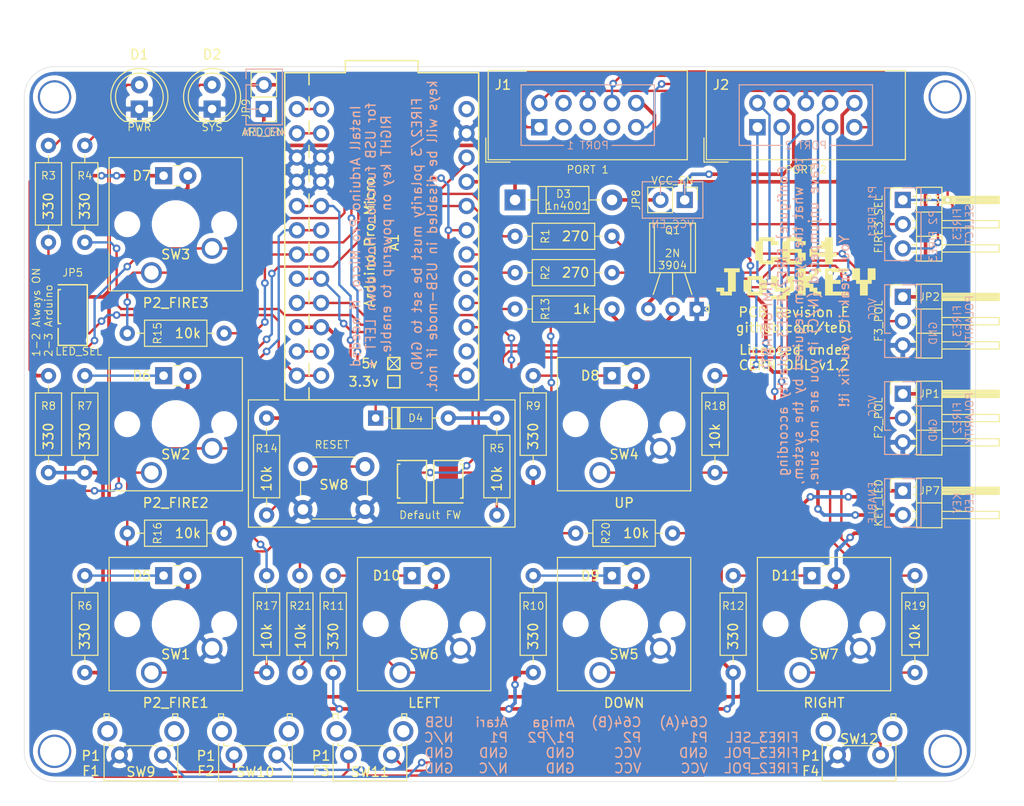
<source format=kicad_pcb>
(kicad_pcb (version 20171130) (host pcbnew "(5.1.8)-1")
  (layers (0 F.Cu signal) (31 B.Cu signal) (34 B.Paste user) (35 F.Paste user) (36 B.SilkS user) (37 F.SilkS user) (38 B.Mask user) (39 F.Mask user) (44 Edge.Cuts user))
  (net 0 "")
  (net 1 P1_FIRE1)
  (net 2 GND)
  (net 3 P2_FIRE2)
  (net 4 VCC)
  (net 5 P2_FIRE1)
  (net 6 P2_FIRE3)
  (net 7 P2_RIGHT)
  (net 8 P2_LEFT)
  (net 9 P2_DOWN)
  (net 10 P2_UP)
  (net 11 "Net-(JP1-Pad2)")
  (net 12 "Net-(JP2-Pad2)")
  (net 13 "Net-(A1-Pad2)")
  (net 14 "Net-(A1-Pad1)")
  (net 15 "Net-(A1-Pad22)")
  (net 16 "Net-(D1-Pad2)")
  (net 17 "Net-(D2-Pad2)")
  (net 18 "Net-(A1-Pad11)")
  (net 19 /FIRE3_IN)
  (net 20 /FIRE1_IN)
  (net 21 "Net-(JP5-Pad2)")
  (net 22 /FIRE2_IN)
  (net 23 "Net-(D3-Pad2)")
  (net 24 /FIRE1_OUT)
  (net 25 "Net-(D4-Pad2)")
  (net 26 FIRE3_POL)
  (net 27 FIRE2_POL)
  (net 28 "Net-(D5-Pad1)")
  (net 29 "Net-(D6-Pad1)")
  (net 30 "Net-(D7-Pad1)")
  (net 31 "Net-(D8-Pad1)")
  (net 32 "Net-(D9-Pad1)")
  (net 33 "Net-(D10-Pad1)")
  (net 34 "Net-(D11-Pad1)")
  (net 35 "Net-(Q1-Pad2)")
  (net 36 "Net-(JP7-Pad1)")
  (net 37 "Net-(JP7-Pad2)")
  (net 38 /FIRE2_OUT)
  (net 39 /PWR)
  (net 40 /UNDERGLOW)
  (net 41 /SYS)
  (net 42 "Net-(J2-Pad7)")
  (net 43 "Net-(A1-Pad21)")
  (net 44 "Net-(A1-Pad15)")
  (net 45 "Net-(A1-Pad16)")
  (net 46 "Net-(A1-Pad17)")
  (net 47 "Net-(A1-Pad18)")
  (net 48 "Net-(JP3-Pad2)")
  (net 49 "Net-(JP4-Pad1)")
  (net 50 "Net-(JP6-Pad1)")
  (net 51 P1_FIRE3)
  (net 52 P1_FIRE2)
  (net 53 P1_FIRE4)
  (module logo:c64_joykey (layer F.Cu) (at 221.615 103.505)
    (fp_text reference G*** hide)
    (fp_text value LOGO hide)
  )
  (module Resistor_THT:R_Axial_DIN0207_L6.3mm_D2.5mm_P10.16mm_Horizontal (layer F.Cu) (at 166.37 119.38 270)
    (fp_text reference R14 (at 3.175 0 180) (layer F.SilkS) (effects (font (size 0.8 0.8) (thickness 0.1))))
    (fp_text value 10k (at 6.35 0 90) (layer F.SilkS))
    (pad 1 thru_hole circle (at 0 0 270) (size 1.6 1.6) (drill 0.8) (layers *.Cu *.Mask) (net 38 /FIRE2_OUT))
    (pad 2 thru_hole oval (at 10.16 0 270) (size 1.6 1.6) (drill 0.8) (layers *.Cu *.Mask) (net 3 P2_FIRE2))
  )
  (module Diode_THT:D_DO-35_SOD27_P7.62mm_Horizontal (layer F.Cu) (at 177.8 119.38)
    (fp_text reference D4 (at 4.191 0) (layer F.SilkS) (effects (font (size 0.8 0.8) (thickness 0.1))))
    (fp_text value 1n4148)
    (pad 1 thru_hole rect (at 0 0) (size 1.6 1.6) (drill 0.8) (layers *.Cu *.Mask) (net 24 /FIRE1_OUT))
    (pad 2 thru_hole oval (at 7.62 0) (size 1.6 1.6) (drill 0.8) (layers *.Cu *.Mask) (net 25 "Net-(D4-Pad2)"))
  )
  (module LED_THT:LED_Rectangular_W3.0mm_H2.0mm (layer F.Cu) (at 155.575 93.98)
    (fp_text reference D7 (at -2.286 0 180) (layer F.SilkS))
    (fp_text value LED)
    (pad 2 thru_hole circle (at 2.54 0) (size 1.8 1.8) (drill 0.9) (layers *.Cu *.Mask) (net 4 VCC))
    (pad 1 thru_hole rect (at 0 0) (size 1.8 1.8) (drill 0.9) (layers *.Cu *.Mask) (net 30 "Net-(D7-Pad1)"))
  )
  (module Resistor_THT:R_Axial_DIN0207_L6.3mm_D2.5mm_P10.16mm_Horizontal (layer F.Cu) (at 147.32 135.89 270)
    (fp_text reference R6 (at 3.175 0 180) (layer F.SilkS) (effects (font (size 0.8 0.8) (thickness 0.1))))
    (fp_text value 330 (at 6.35 0 90) (layer F.SilkS))
    (pad 2 thru_hole oval (at 10.16 0 270) (size 1.6 1.6) (drill 0.8) (layers *.Cu *.Mask) (net 36 "Net-(JP7-Pad1)"))
    (pad 1 thru_hole circle (at 0 0 270) (size 1.6 1.6) (drill 0.8) (layers *.Cu *.Mask) (net 28 "Net-(D5-Pad1)"))
  )
  (module Button_Switch_Keyboard:SW_Cherry_MX_1.00u_PCB (layer F.Cu) (at 154.305 146.05 180)
    (fp_text reference SW1 (at -2.54 1.905) (layer F.SilkS))
    (fp_text value P2_FIRE1 (at -2.54 -3.175) (layer F.SilkS))
    (pad 1 thru_hole circle (at 0 0 180) (size 2.2 2.2) (drill 1.5) (layers *.Cu *.Mask) (net 49 "Net-(JP4-Pad1)"))
    (pad 2 thru_hole circle (at -6.35 2.54 180) (size 2.2 2.2) (drill 1.5) (layers *.Cu *.Mask) (net 2 GND))
    (pad "" np_thru_hole circle (at -2.54 5.08 180) (size 4 4) (drill 4) (layers *.Cu *.Mask))
    (pad "" np_thru_hole circle (at -7.62 5.08 180) (size 1.7 1.7) (drill 1.7) (layers *.Cu *.Mask))
    (pad "" np_thru_hole circle (at 2.54 5.08 180) (size 1.7 1.7) (drill 1.7) (layers *.Cu *.Mask))
  )
  (module solder_bridge:select (layer F.Cu) (at 146.05 106.68)
    (fp_text reference JP5 hide)
    (fp_text value LED_SEL (at 0.635 5.715 180) (layer F.SilkS) (effects (font (size 0.8 0.8) (thickness 0.1))))
    (fp_text user %R (at 0 -2.54 180) (layer F.SilkS) (effects (font (size 0.8 0.8) (thickness 0.1))))
    (pad 3 smd oval (at 0 3.81) (size 2 1.5) (layers F.Cu F.Paste F.Mask) (net 39 /PWR))
    (pad 2 smd oval (at 0 1.905) (size 2 1.5) (layers F.Cu F.Paste F.Mask) (net 21 "Net-(JP5-Pad2)"))
    (pad 1 smd rect (at 0 0) (size 2 1.5) (layers F.Cu F.Paste F.Mask) (net 4 VCC))
  )
  (module 2n3904:2N3904_TO-92_Horizontal_FlatSideDown (layer F.Cu) (at 210.185 107.95 180)
    (fp_text reference Q1 (at 1.27 8.255 180) (layer F.SilkS) (effects (font (size 0.8 0.8) (thickness 0.1))))
    (fp_text value 2N3904)
    (fp_text user 3904 (at 1.27 4.572 unlocked) (layer F.SilkS) (effects (font (size 0.8 0.8) (thickness 0.1))))
    (fp_text user 2N (at 1.27 5.842 unlocked) (layer F.SilkS) (effects (font (size 0.8 0.8) (thickness 0.1))))
    (pad 1 thru_hole rect (at -1.27 0 180) (size 1.5 1.5) (drill 0.8) (layers *.Cu *.Mask) (net 2 GND))
    (pad 3 thru_hole oval (at 3.81 0 180) (size 1.5 1.5) (drill 0.8) (layers *.Cu *.Mask) (net 37 "Net-(JP7-Pad2)"))
    (pad 2 thru_hole oval (at 1.27 0 180) (size 1.5 1.5) (drill 0.8) (layers *.Cu *.Mask) (net 35 "Net-(Q1-Pad2)"))
  )
  (module Resistor_THT:R_Axial_DIN0207_L6.3mm_D2.5mm_P10.16mm_Horizontal (layer F.Cu) (at 202.565 107.95 180)
    (fp_text reference R13 (at 6.985 0 270) (layer F.SilkS) (effects (font (size 0.8 0.8) (thickness 0.1))))
    (fp_text value 1k (at 3.175 0) (layer F.SilkS))
    (pad 1 thru_hole circle (at 0 0 180) (size 1.6 1.6) (drill 0.8) (layers *.Cu *.Mask) (net 35 "Net-(Q1-Pad2)"))
    (pad 2 thru_hole oval (at 10.16 0 180) (size 1.6 1.6) (drill 0.8) (layers *.Cu *.Mask) (net 40 /UNDERGLOW))
  )
  (module Resistor_THT:R_Axial_DIN0207_L6.3mm_D2.5mm_P10.16mm_Horizontal (layer F.Cu) (at 143.51 114.935 270)
    (fp_text reference R8 (at 3.175 0 180) (layer F.SilkS) (effects (font (size 0.8 0.8) (thickness 0.1))))
    (fp_text value 330 (at 6.35 0 90) (layer F.SilkS))
    (pad 1 thru_hole circle (at 0 0 270) (size 1.6 1.6) (drill 0.8) (layers *.Cu *.Mask) (net 30 "Net-(D7-Pad1)"))
    (pad 2 thru_hole oval (at 10.16 0 270) (size 1.6 1.6) (drill 0.8) (layers *.Cu *.Mask) (net 36 "Net-(JP7-Pad1)"))
  )
  (module Resistor_THT:R_Axial_DIN0207_L6.3mm_D2.5mm_P10.16mm_Horizontal (layer F.Cu) (at 147.32 114.935 270)
    (fp_text reference R7 (at 3.175 0 180) (layer F.SilkS) (effects (font (size 0.8 0.8) (thickness 0.1))))
    (fp_text value 330 (at 6.35 0 90) (layer F.SilkS))
    (pad 2 thru_hole oval (at 10.16 0 270) (size 1.6 1.6) (drill 0.8) (layers *.Cu *.Mask) (net 36 "Net-(JP7-Pad1)"))
    (pad 1 thru_hole circle (at 0 0 270) (size 1.6 1.6) (drill 0.8) (layers *.Cu *.Mask) (net 29 "Net-(D6-Pad1)"))
  )
  (module arduino_pro_micro:Arduino_Pro_Micro (layer F.Cu) (at 178.435 100.965)
    (fp_text reference A1 (at 1.27 0 90) (layer F.SilkS))
    (fp_text value Arduino_Pro_Micro (at -1.27 0 90) (layer F.SilkS))
    (fp_text user 3.3v (at -1.905 14.605) (layer F.SilkS))
    (fp_text user 5v (at -1.27 12.7) (layer F.SilkS))
    (pad 12 thru_hole circle (at -6.35 13.97) (size 1.7 1.7) (drill 1) (layers *.Cu *.Mask) (net 39 /PWR))
    (pad 11 thru_hole circle (at -6.35 11.43) (size 1.7 1.7) (drill 1) (layers *.Cu *.Mask) (net 18 "Net-(A1-Pad11)"))
    (pad 10 thru_hole circle (at -6.35 8.89) (size 1.7 1.7) (drill 1) (layers *.Cu *.Mask) (net 38 /FIRE2_OUT))
    (pad 9 thru_hole circle (at -6.35 6.35) (size 1.7 1.7) (drill 1) (layers *.Cu *.Mask) (net 40 /UNDERGLOW))
    (pad 8 thru_hole circle (at -6.35 3.81) (size 1.7 1.7) (drill 1) (layers *.Cu *.Mask) (net 24 /FIRE1_OUT))
    (pad 7 thru_hole circle (at -6.35 1.27) (size 1.7 1.7) (drill 1) (layers *.Cu *.Mask) (net 19 /FIRE3_IN))
    (pad 6 thru_hole circle (at -6.35 -1.27) (size 1.7 1.7) (drill 1) (layers *.Cu *.Mask) (net 22 /FIRE2_IN))
    (pad 5 thru_hole circle (at -6.35 -3.81) (size 1.7 1.7) (drill 1) (layers *.Cu *.Mask) (net 20 /FIRE1_IN))
    (pad 4 thru_hole circle (at -6.35 -6.35) (size 1.7 1.7) (drill 1) (layers *.Cu *.Mask) (net 2 GND))
    (pad 3 thru_hole circle (at -6.35 -8.89) (size 1.7 1.7) (drill 1) (layers *.Cu *.Mask) (net 2 GND))
    (pad 2 thru_hole circle (at -6.35 -11.43) (size 1.7 1.7) (drill 1) (layers *.Cu *.Mask) (net 13 "Net-(A1-Pad2)"))
    (pad 1 thru_hole circle (at -6.35 -13.97) (size 1.7 1.7) (drill 1) (layers *.Cu *.Mask) (net 14 "Net-(A1-Pad1)"))
    (pad 2 thru_hole circle (at -8.89 -11.43) (size 1.7 1.7) (drill 1) (layers *.Cu *.Mask) (net 13 "Net-(A1-Pad2)"))
    (pad 3 thru_hole circle (at -8.89 -8.89) (size 1.7 1.7) (drill 1) (layers *.Cu *.Mask) (net 2 GND))
    (pad 4 thru_hole circle (at -8.89 -6.35) (size 1.7 1.7) (drill 1) (layers *.Cu *.Mask) (net 2 GND))
    (pad 5 thru_hole circle (at -8.89 -3.81) (size 1.7 1.7) (drill 1) (layers *.Cu *.Mask) (net 20 /FIRE1_IN))
    (pad 6 thru_hole circle (at -8.89 -1.27) (size 1.7 1.7) (drill 1) (layers *.Cu *.Mask) (net 22 /FIRE2_IN))
    (pad 7 thru_hole circle (at -8.89 1.27) (size 1.7 1.7) (drill 1) (layers *.Cu *.Mask) (net 19 /FIRE3_IN))
    (pad 8 thru_hole circle (at -8.89 3.81) (size 1.7 1.7) (drill 1) (layers *.Cu *.Mask) (net 24 /FIRE1_OUT))
    (pad 9 thru_hole circle (at -8.89 6.35) (size 1.7 1.7) (drill 1) (layers *.Cu *.Mask) (net 40 /UNDERGLOW))
    (pad 10 thru_hole circle (at -8.89 8.89) (size 1.7 1.7) (drill 1) (layers *.Cu *.Mask) (net 38 /FIRE2_OUT))
    (pad 11 thru_hole circle (at -8.89 11.43) (size 1.7 1.7) (drill 1) (layers *.Cu *.Mask) (net 18 "Net-(A1-Pad11)"))
    (pad 12 thru_hole circle (at -8.89 13.97) (size 1.7 1.7) (drill 1) (layers *.Cu *.Mask) (net 39 /PWR))
    (pad 13 thru_hole circle (at 8.89 13.97) (size 1.7 1.7) (drill 1) (layers *.Cu *.Mask) (net 41 /SYS))
    (pad 14 thru_hole circle (at 8.89 11.43) (size 1.7 1.7) (drill 1) (layers *.Cu *.Mask))
    (pad 15 thru_hole circle (at 8.89 8.89) (size 1.7 1.7) (drill 1) (layers *.Cu *.Mask) (net 44 "Net-(A1-Pad15)"))
    (pad 16 thru_hole circle (at 8.89 6.35) (size 1.7 1.7) (drill 1) (layers *.Cu *.Mask) (net 45 "Net-(A1-Pad16)"))
    (pad 17 thru_hole circle (at 8.89 3.81) (size 1.7 1.7) (drill 1) (layers *.Cu *.Mask) (net 46 "Net-(A1-Pad17)"))
    (pad 18 thru_hole circle (at 8.89 1.27) (size 1.7 1.7) (drill 1) (layers *.Cu *.Mask) (net 47 "Net-(A1-Pad18)"))
    (pad 19 thru_hole circle (at 8.89 -1.27) (size 1.7 1.7) (drill 1) (layers *.Cu *.Mask) (net 26 FIRE3_POL))
    (pad 20 thru_hole circle (at 8.89 -3.81) (size 1.7 1.7) (drill 1) (layers *.Cu *.Mask) (net 27 FIRE2_POL))
    (pad 21 thru_hole circle (at 8.89 -6.35) (size 1.7 1.7) (drill 1) (layers *.Cu *.Mask) (net 43 "Net-(A1-Pad21)"))
    (pad 22 thru_hole circle (at 8.89 -8.89) (size 1.7 1.7) (drill 1) (layers *.Cu *.Mask) (net 15 "Net-(A1-Pad22)"))
    (pad 23 thru_hole circle (at 8.89 -11.43) (size 1.7 1.7) (drill 1) (layers *.Cu *.Mask) (net 2 GND))
    (pad 24 thru_hole circle (at 8.89 -13.97) (size 1.7 1.7) (drill 1) (layers *.Cu *.Mask))
    (pad 1 thru_hole circle (at -8.89 -13.97) (size 1.7 1.7) (drill 1) (layers *.Cu *.Mask) (net 14 "Net-(A1-Pad1)"))
  )
  (module Button_Switch_Keyboard:SW_Cherry_MX_1.00u_PCB (layer F.Cu) (at 154.305 125.095 180)
    (fp_text reference SW2 (at -2.54 1.905) (layer F.SilkS))
    (fp_text value P2_FIRE2 (at -2.54 -3.175) (layer F.SilkS))
    (pad "" np_thru_hole circle (at 2.54 5.08 180) (size 1.7 1.7) (drill 1.7) (layers *.Cu *.Mask))
    (pad "" np_thru_hole circle (at -7.62 5.08 180) (size 1.7 1.7) (drill 1.7) (layers *.Cu *.Mask))
    (pad "" np_thru_hole circle (at -2.54 5.08 180) (size 4 4) (drill 4) (layers *.Cu *.Mask))
    (pad 2 thru_hole circle (at -6.35 2.54 180) (size 2.2 2.2) (drill 1.5) (layers *.Cu *.Mask) (net 27 FIRE2_POL))
    (pad 1 thru_hole circle (at 0 0 180) (size 2.2 2.2) (drill 1.5) (layers *.Cu *.Mask) (net 50 "Net-(JP6-Pad1)"))
  )
  (module Button_Switch_Keyboard:SW_Cherry_MX_1.00u_PCB (layer F.Cu) (at 154.305 104.14 180)
    (fp_text reference SW3 (at -2.54 1.905) (layer F.SilkS))
    (fp_text value P2_FIRE3 (at -2.54 -3.175) (layer F.SilkS))
    (pad 1 thru_hole circle (at 0 0 180) (size 2.2 2.2) (drill 1.5) (layers *.Cu *.Mask) (net 48 "Net-(JP3-Pad2)"))
    (pad 2 thru_hole circle (at -6.35 2.54 180) (size 2.2 2.2) (drill 1.5) (layers *.Cu *.Mask) (net 26 FIRE3_POL))
    (pad "" np_thru_hole circle (at -2.54 5.08 180) (size 4 4) (drill 4) (layers *.Cu *.Mask))
    (pad "" np_thru_hole circle (at -7.62 5.08 180) (size 1.7 1.7) (drill 1.7) (layers *.Cu *.Mask))
    (pad "" np_thru_hole circle (at 2.54 5.08 180) (size 1.7 1.7) (drill 1.7) (layers *.Cu *.Mask))
  )
  (module Button_Switch_Keyboard:SW_Cherry_MX_1.00u_PCB (layer F.Cu) (at 201.295 125.095 180)
    (fp_text reference SW4 (at -2.54 1.905) (layer F.SilkS))
    (fp_text value UP (at -2.54 -3.175) (layer F.SilkS))
    (pad "" np_thru_hole circle (at 2.54 5.08 180) (size 1.7 1.7) (drill 1.7) (layers *.Cu *.Mask))
    (pad "" np_thru_hole circle (at -7.62 5.08 180) (size 1.7 1.7) (drill 1.7) (layers *.Cu *.Mask))
    (pad "" np_thru_hole circle (at -2.54 5.08 180) (size 4 4) (drill 4) (layers *.Cu *.Mask))
    (pad 2 thru_hole circle (at -6.35 2.54 180) (size 2.2 2.2) (drill 1.5) (layers *.Cu *.Mask) (net 2 GND))
    (pad 1 thru_hole circle (at 0 0 180) (size 2.2 2.2) (drill 1.5) (layers *.Cu *.Mask) (net 10 P2_UP))
  )
  (module Button_Switch_Keyboard:SW_Cherry_MX_1.00u_PCB (layer F.Cu) (at 201.295 146.05 180)
    (fp_text reference SW5 (at -2.54 1.905) (layer F.SilkS))
    (fp_text value DOWN (at -2.54 -3.175) (layer F.SilkS))
    (pad 1 thru_hole circle (at 0 0 180) (size 2.2 2.2) (drill 1.5) (layers *.Cu *.Mask) (net 9 P2_DOWN))
    (pad 2 thru_hole circle (at -6.35 2.54 180) (size 2.2 2.2) (drill 1.5) (layers *.Cu *.Mask) (net 2 GND))
    (pad "" np_thru_hole circle (at -2.54 5.08 180) (size 4 4) (drill 4) (layers *.Cu *.Mask))
    (pad "" np_thru_hole circle (at -7.62 5.08 180) (size 1.7 1.7) (drill 1.7) (layers *.Cu *.Mask))
    (pad "" np_thru_hole circle (at 2.54 5.08 180) (size 1.7 1.7) (drill 1.7) (layers *.Cu *.Mask))
  )
  (module Button_Switch_Keyboard:SW_Cherry_MX_1.00u_PCB (layer F.Cu) (at 180.34 146.05 180)
    (fp_text reference SW6 (at -2.54 1.905) (layer F.SilkS))
    (fp_text value LEFT (at -2.54 -3.175) (layer F.SilkS))
    (pad "" np_thru_hole circle (at 2.54 5.08 180) (size 1.7 1.7) (drill 1.7) (layers *.Cu *.Mask))
    (pad "" np_thru_hole circle (at -7.62 5.08 180) (size 1.7 1.7) (drill 1.7) (layers *.Cu *.Mask))
    (pad "" np_thru_hole circle (at -2.54 5.08 180) (size 4 4) (drill 4) (layers *.Cu *.Mask))
    (pad 2 thru_hole circle (at -6.35 2.54 180) (size 2.2 2.2) (drill 1.5) (layers *.Cu *.Mask) (net 2 GND))
    (pad 1 thru_hole circle (at 0 0 180) (size 2.2 2.2) (drill 1.5) (layers *.Cu *.Mask) (net 8 P2_LEFT))
  )
  (module Button_Switch_Keyboard:SW_Cherry_MX_1.00u_PCB (layer F.Cu) (at 222.25 146.05 180)
    (fp_text reference SW7 (at -2.54 1.905) (layer F.SilkS))
    (fp_text value RIGHT (at -2.54 -3.175) (layer F.SilkS))
    (pad 1 thru_hole circle (at 0 0 180) (size 2.2 2.2) (drill 1.5) (layers *.Cu *.Mask) (net 7 P2_RIGHT))
    (pad 2 thru_hole circle (at -6.35 2.54 180) (size 2.2 2.2) (drill 1.5) (layers *.Cu *.Mask) (net 2 GND))
    (pad "" np_thru_hole circle (at -2.54 5.08 180) (size 4 4) (drill 4) (layers *.Cu *.Mask))
    (pad "" np_thru_hole circle (at -7.62 5.08 180) (size 1.7 1.7) (drill 1.7) (layers *.Cu *.Mask))
    (pad "" np_thru_hole circle (at 2.54 5.08 180) (size 1.7 1.7) (drill 1.7) (layers *.Cu *.Mask))
  )
  (module mounting:M3_pin (layer F.Cu) (at 144.145 154.305)
    (fp_text reference M1 hide)
    (fp_text value Mounting hide)
    (pad 1 thru_hole circle (at 0 0) (size 3.5 3.5) (drill 3.048) (layers *.Cu *.Mask))
  )
  (module mounting:M3_pin (layer F.Cu) (at 237.49 154.305)
    (fp_text reference M2 hide)
    (fp_text value Mounting hide)
    (pad 1 thru_hole circle (at 0 0) (size 3.5 3.5) (drill 3.048) (layers *.Cu *.Mask))
  )
  (module mounting:M3_pin (layer F.Cu) (at 237.49 85.725)
    (fp_text reference M3 hide)
    (fp_text value Mounting hide)
    (pad 1 thru_hole circle (at 0 0) (size 3.5 3.5) (drill 3.048) (layers *.Cu *.Mask))
  )
  (module mounting:M3_pin (layer F.Cu) (at 144.145 85.725)
    (fp_text reference M4 hide)
    (fp_text value Mounting hide)
    (pad 1 thru_hole circle (at 0 0) (size 3.5 3.5) (drill 3.048) (layers *.Cu *.Mask))
  )
  (module LEDs:LED_D5.0mm (layer F.Cu) (at 153.035 86.995 90)
    (fp_text reference D1 (at 5.715 0 180) (layer F.SilkS))
    (fp_text value PWR (at -1.905 0 180) (layer F.SilkS) (effects (font (size 0.8 0.8) (thickness 0.1))))
    (pad 2 thru_hole circle (at 2.54 0 90) (size 1.8 1.8) (drill 0.9) (layers *.Cu *.Mask) (net 16 "Net-(D1-Pad2)"))
    (pad 1 thru_hole rect (at 0 0 90) (size 1.8 1.8) (drill 0.9) (layers *.Cu *.Mask) (net 2 GND))
  )
  (module LEDs:LED_D5.0mm (layer F.Cu) (at 160.655 86.995 90)
    (fp_text reference D2 (at 5.715 0 180) (layer F.SilkS))
    (fp_text value SYS (at -1.905 0 180) (layer F.SilkS) (effects (font (size 0.8 0.8) (thickness 0.1))))
    (pad 1 thru_hole rect (at 0 0 90) (size 1.8 1.8) (drill 0.9) (layers *.Cu *.Mask) (net 2 GND))
    (pad 2 thru_hole circle (at 2.54 0 90) (size 1.8 1.8) (drill 0.9) (layers *.Cu *.Mask) (net 17 "Net-(D2-Pad2)"))
  )
  (module Buttons_Switches_THT:SW_PUSH_6mm (layer F.Cu) (at 170.18 124.46)
    (fp_text reference SW8 (at 3.25 1.905) (layer F.SilkS))
    (fp_text value RESET (at 3.048 -2.286) (layer F.SilkS) (effects (font (size 0.8 0.8) (thickness 0.1))))
    (pad 1 thru_hole circle (at 6.5 0 90) (size 2 2) (drill 1.1) (layers *.Cu *.Mask) (net 15 "Net-(A1-Pad22)"))
    (pad 2 thru_hole circle (at 6.5 4.5 90) (size 2 2) (drill 1.1) (layers *.Cu *.Mask) (net 2 GND))
    (pad 1 thru_hole circle (at 0 0 90) (size 2 2) (drill 1.1) (layers *.Cu *.Mask) (net 15 "Net-(A1-Pad22)"))
    (pad 2 thru_hole circle (at 0 4.5 90) (size 2 2) (drill 1.1) (layers *.Cu *.Mask) (net 2 GND))
  )
  (module Pin_Headers:Pin_Header_Angled_1x03_Pitch2.54mm (layer F.Cu) (at 233.045 116.84)
    (fp_text reference JP1 (at 2.794 0 180) (layer F.SilkS) (effects (font (size 0.8 0.8) (thickness 0.1))))
    (fp_text value F2_POL (at -2.54 2.54 90) (layer F.SilkS) (effects (font (size 0.8 0.8) (thickness 0.1))))
    (pad 1 thru_hole rect (at 0 0) (size 1.7 1.7) (drill 1) (layers *.Cu *.Mask) (net 4 VCC))
    (pad 2 thru_hole oval (at 0 2.54) (size 1.7 1.7) (drill 1) (layers *.Cu *.Mask) (net 11 "Net-(JP1-Pad2)"))
    (pad 3 thru_hole oval (at 0 5.08) (size 1.7 1.7) (drill 1) (layers *.Cu *.Mask) (net 2 GND))
  )
  (module Pin_Headers:Pin_Header_Angled_1x03_Pitch2.54mm (layer F.Cu) (at 233.045 106.68)
    (fp_text reference JP2 (at 2.794 0 180) (layer F.SilkS) (effects (font (size 0.8 0.8) (thickness 0.1))))
    (fp_text value F3_POL (at -2.54 2.54 90) (layer F.SilkS) (effects (font (size 0.8 0.8) (thickness 0.1))))
    (pad 3 thru_hole oval (at 0 5.08) (size 1.7 1.7) (drill 1) (layers *.Cu *.Mask) (net 2 GND))
    (pad 2 thru_hole oval (at 0 2.54) (size 1.7 1.7) (drill 1) (layers *.Cu *.Mask) (net 12 "Net-(JP2-Pad2)"))
    (pad 1 thru_hole rect (at 0 0) (size 1.7 1.7) (drill 1) (layers *.Cu *.Mask) (net 4 VCC))
  )
  (module Pin_Headers:Pin_Header_Angled_1x03_Pitch2.54mm (layer F.Cu) (at 233.045 96.52)
    (fp_text reference JP3 (at 2.794 0 180) (layer F.SilkS) (effects (font (size 0.8 0.8) (thickness 0.1))))
    (fp_text value FIRE3_SEL (at -2.54 2.54 90) (layer F.SilkS) (effects (font (size 0.8 0.8) (thickness 0.1))))
    (pad 3 thru_hole oval (at 0 5.08) (size 1.7 1.7) (drill 1) (layers *.Cu *.Mask) (net 6 P2_FIRE3))
    (pad 2 thru_hole oval (at 0 2.54) (size 1.7 1.7) (drill 1) (layers *.Cu *.Mask) (net 48 "Net-(JP3-Pad2)"))
    (pad 1 thru_hole rect (at 0 0) (size 1.7 1.7) (drill 1) (layers *.Cu *.Mask) (net 1 P1_FIRE1))
  )
  (module "C64 IDC:IDC_Joystick" (layer F.Cu) (at 194.945 88.9 90)
    (fp_text reference J1 (at 4.445 -3.81 180) (layer F.SilkS))
    (fp_text value Port_1 hide)
    (pad 1 thru_hole rect (at 0 0 90) (size 1.7272 1.7272) (drill 1.016) (layers *.Cu *.Mask) (net 53 P1_FIRE4))
    (pad 2 thru_hole oval (at 0 2.54 90) (size 1.7272 1.7272) (drill 1.016) (layers *.Cu *.Mask))
    (pad 3 thru_hole oval (at 0 5.08 90) (size 1.7272 1.7272) (drill 1.016) (layers *.Cu *.Mask))
    (pad 4 thru_hole oval (at 0 7.62 90) (size 1.7272 1.7272) (drill 1.016) (layers *.Cu *.Mask))
    (pad 5 thru_hole oval (at 0 10.16 90) (size 1.7272 1.7272) (drill 1.016) (layers *.Cu *.Mask) (net 51 P1_FIRE3))
    (pad 6 thru_hole oval (at 2.54 0 90) (size 1.7272 1.7272) (drill 1.016) (layers *.Cu *.Mask) (net 1 P1_FIRE1))
    (pad 7 thru_hole oval (at 2.54 2.54 90) (size 1.7272 1.7272) (drill 1.016) (layers *.Cu *.Mask))
    (pad 8 thru_hole oval (at 2.54 5.08 90) (size 1.7272 1.7272) (drill 1.016) (layers *.Cu *.Mask) (net 2 GND))
    (pad 9 thru_hole oval (at 2.54 7.62 90) (size 1.7272 1.7272) (drill 1.016) (layers *.Cu *.Mask) (net 52 P1_FIRE2))
    (pad 10 thru_hole oval (at 2.54 10.16 90) (size 1.7272 1.7272) (drill 1.016) (layers *.Cu *.Mask) (net 4 VCC))
  )
  (module "C64 IDC:IDC_Joystick" (layer F.Cu) (at 217.805 88.9 90)
    (fp_text reference J2 (at 4.445 -3.81 180) (layer F.SilkS))
    (fp_text value Port_2 hide)
    (pad 10 thru_hole oval (at 2.54 10.16 90) (size 1.7272 1.7272) (drill 1.016) (layers *.Cu *.Mask) (net 4 VCC))
    (pad 9 thru_hole oval (at 2.54 7.62 90) (size 1.7272 1.7272) (drill 1.016) (layers *.Cu *.Mask) (net 3 P2_FIRE2))
    (pad 8 thru_hole oval (at 2.54 5.08 90) (size 1.7272 1.7272) (drill 1.016) (layers *.Cu *.Mask) (net 2 GND))
    (pad 7 thru_hole oval (at 2.54 2.54 90) (size 1.7272 1.7272) (drill 1.016) (layers *.Cu *.Mask) (net 42 "Net-(J2-Pad7)"))
    (pad 6 thru_hole oval (at 2.54 0 90) (size 1.7272 1.7272) (drill 1.016) (layers *.Cu *.Mask) (net 5 P2_FIRE1))
    (pad 5 thru_hole oval (at 0 10.16 90) (size 1.7272 1.7272) (drill 1.016) (layers *.Cu *.Mask) (net 6 P2_FIRE3))
    (pad 4 thru_hole oval (at 0 7.62 90) (size 1.7272 1.7272) (drill 1.016) (layers *.Cu *.Mask) (net 7 P2_RIGHT))
    (pad 3 thru_hole oval (at 0 5.08 90) (size 1.7272 1.7272) (drill 1.016) (layers *.Cu *.Mask) (net 8 P2_LEFT))
    (pad 2 thru_hole oval (at 0 2.54 90) (size 1.7272 1.7272) (drill 1.016) (layers *.Cu *.Mask) (net 9 P2_DOWN))
    (pad 1 thru_hole rect (at 0 0 90) (size 1.7272 1.7272) (drill 1.016) (layers *.Cu *.Mask) (net 10 P2_UP))
  )
  (module Diodes_THT:D_DO-41_SOD81_P10.16mm_Horizontal (layer F.Cu) (at 192.405 96.52)
    (fp_text reference D3 (at 5.08 -0.635) (layer F.SilkS) (effects (font (size 0.8 0.8) (thickness 0.1))))
    (fp_text value 1n4001 (at 5.461 0.635) (layer F.SilkS) (effects (font (size 0.8 0.8) (thickness 0.1))))
    (pad 2 thru_hole oval (at 10.16 0) (size 2.2 2.2) (drill 1.1) (layers *.Cu *.Mask) (net 23 "Net-(D3-Pad2)"))
    (pad 1 thru_hole rect (at 0 0) (size 2.2 2.2) (drill 1.1) (layers *.Cu *.Mask) (net 4 VCC))
  )
  (module LED_THT:LED_Rectangular_W3.0mm_H2.0mm (layer F.Cu) (at 155.575 135.89)
    (fp_text reference D5 (at -2.286 0 180) (layer F.SilkS))
    (fp_text value LED)
    (pad 2 thru_hole circle (at 2.54 0) (size 1.8 1.8) (drill 0.9) (layers *.Cu *.Mask) (net 4 VCC))
    (pad 1 thru_hole rect (at 0 0) (size 1.8 1.8) (drill 0.9) (layers *.Cu *.Mask) (net 28 "Net-(D5-Pad1)"))
  )
  (module LED_THT:LED_Rectangular_W3.0mm_H2.0mm (layer F.Cu) (at 155.575 114.935)
    (fp_text reference D6 (at -2.286 0) (layer F.SilkS))
    (fp_text value LED)
    (pad 2 thru_hole circle (at 2.54 0) (size 1.8 1.8) (drill 0.9) (layers *.Cu *.Mask) (net 4 VCC))
    (pad 1 thru_hole rect (at 0 0) (size 1.8 1.8) (drill 0.9) (layers *.Cu *.Mask) (net 29 "Net-(D6-Pad1)"))
  )
  (module LED_THT:LED_Rectangular_W3.0mm_H2.0mm (layer F.Cu) (at 202.565 114.935)
    (fp_text reference D8 (at -2.286 0 180) (layer F.SilkS))
    (fp_text value LED)
    (pad 1 thru_hole rect (at 0 0) (size 1.8 1.8) (drill 0.9) (layers *.Cu *.Mask) (net 31 "Net-(D8-Pad1)"))
    (pad 2 thru_hole circle (at 2.54 0) (size 1.8 1.8) (drill 0.9) (layers *.Cu *.Mask) (net 4 VCC))
  )
  (module LED_THT:LED_Rectangular_W3.0mm_H2.0mm (layer F.Cu) (at 202.565 135.89)
    (fp_text reference D9 (at -2.286 0 180) (layer F.SilkS))
    (fp_text value LED)
    (pad 1 thru_hole rect (at 0 0) (size 1.8 1.8) (drill 0.9) (layers *.Cu *.Mask) (net 32 "Net-(D9-Pad1)"))
    (pad 2 thru_hole circle (at 2.54 0) (size 1.8 1.8) (drill 0.9) (layers *.Cu *.Mask) (net 4 VCC))
  )
  (module LED_THT:LED_Rectangular_W3.0mm_H2.0mm (layer F.Cu) (at 181.61 135.89)
    (fp_text reference D10 (at -2.667 0 180) (layer F.SilkS))
    (fp_text value LED)
    (pad 2 thru_hole circle (at 2.54 0) (size 1.8 1.8) (drill 0.9) (layers *.Cu *.Mask) (net 4 VCC))
    (pad 1 thru_hole rect (at 0 0) (size 1.8 1.8) (drill 0.9) (layers *.Cu *.Mask) (net 33 "Net-(D10-Pad1)"))
  )
  (module LED_THT:LED_Rectangular_W3.0mm_H2.0mm (layer F.Cu) (at 223.52 135.89)
    (fp_text reference D11 (at -2.794 0 180) (layer F.SilkS))
    (fp_text value LED)
    (pad 1 thru_hole rect (at 0 0) (size 1.8 1.8) (drill 0.9) (layers *.Cu *.Mask) (net 34 "Net-(D11-Pad1)"))
    (pad 2 thru_hole circle (at 2.54 0) (size 1.8 1.8) (drill 0.9) (layers *.Cu *.Mask) (net 4 VCC))
  )
  (module Resistor_THT:R_Axial_DIN0207_L6.3mm_D2.5mm_P10.16mm_Horizontal (layer F.Cu) (at 192.405 100.33)
    (fp_text reference R1 (at 3.175 0 90) (layer F.SilkS) (effects (font (size 0.8 0.8) (thickness 0.1))))
    (fp_text value 270 (at 6.35 0) (layer F.SilkS))
    (pad 1 thru_hole circle (at 0 0) (size 1.6 1.6) (drill 0.8) (layers *.Cu *.Mask) (net 27 FIRE2_POL))
    (pad 2 thru_hole oval (at 10.16 0) (size 1.6 1.6) (drill 0.8) (layers *.Cu *.Mask) (net 11 "Net-(JP1-Pad2)"))
  )
  (module Resistor_THT:R_Axial_DIN0207_L6.3mm_D2.5mm_P10.16mm_Horizontal (layer F.Cu) (at 192.405 104.14)
    (fp_text reference R2 (at 3.175 0 90) (layer F.SilkS) (effects (font (size 0.8 0.8) (thickness 0.1))))
    (fp_text value 270 (at 6.35 0) (layer F.SilkS))
    (pad 2 thru_hole oval (at 10.16 0) (size 1.6 1.6) (drill 0.8) (layers *.Cu *.Mask) (net 12 "Net-(JP2-Pad2)"))
    (pad 1 thru_hole circle (at 0 0) (size 1.6 1.6) (drill 0.8) (layers *.Cu *.Mask) (net 26 FIRE3_POL))
  )
  (module Resistor_THT:R_Axial_DIN0207_L6.3mm_D2.5mm_P10.16mm_Horizontal (layer F.Cu) (at 143.51 90.805 270)
    (fp_text reference R3 (at 3.175 0 180) (layer F.SilkS) (effects (font (size 0.8 0.8) (thickness 0.1))))
    (fp_text value 330 (at 6.35 0 90) (layer F.SilkS))
    (pad 1 thru_hole circle (at 0 0 270) (size 1.6 1.6) (drill 0.8) (layers *.Cu *.Mask) (net 16 "Net-(D1-Pad2)"))
    (pad 2 thru_hole oval (at 10.16 0 270) (size 1.6 1.6) (drill 0.8) (layers *.Cu *.Mask) (net 21 "Net-(JP5-Pad2)"))
  )
  (module Resistor_THT:R_Axial_DIN0207_L6.3mm_D2.5mm_P10.16mm_Horizontal (layer F.Cu) (at 147.32 90.805 270)
    (fp_text reference R4 (at 3.175 0 180) (layer F.SilkS) (effects (font (size 0.8 0.8) (thickness 0.1))))
    (fp_text value 330 (at 6.35 0 90) (layer F.SilkS))
    (pad 2 thru_hole oval (at 10.16 0 270) (size 1.6 1.6) (drill 0.8) (layers *.Cu *.Mask) (net 41 /SYS))
    (pad 1 thru_hole circle (at 0 0 270) (size 1.6 1.6) (drill 0.8) (layers *.Cu *.Mask) (net 17 "Net-(D2-Pad2)"))
  )
  (module Resistor_THT:R_Axial_DIN0207_L6.3mm_D2.5mm_P10.16mm_Horizontal (layer F.Cu) (at 194.31 114.935 270)
    (fp_text reference R9 (at 3.175 0 180) (layer F.SilkS) (effects (font (size 0.8 0.8) (thickness 0.1))))
    (fp_text value 330 (at 6.35 0 90) (layer F.SilkS))
    (pad 2 thru_hole oval (at 10.16 0 270) (size 1.6 1.6) (drill 0.8) (layers *.Cu *.Mask) (net 36 "Net-(JP7-Pad1)"))
    (pad 1 thru_hole circle (at 0 0 270) (size 1.6 1.6) (drill 0.8) (layers *.Cu *.Mask) (net 31 "Net-(D8-Pad1)"))
  )
  (module Resistor_THT:R_Axial_DIN0207_L6.3mm_D2.5mm_P10.16mm_Horizontal (layer F.Cu) (at 194.31 135.89 270)
    (fp_text reference R10 (at 3.175 0 180) (layer F.SilkS) (effects (font (size 0.8 0.8) (thickness 0.1))))
    (fp_text value 330 (at 6.35 0 90) (layer F.SilkS))
    (pad 1 thru_hole circle (at 0 0 270) (size 1.6 1.6) (drill 0.8) (layers *.Cu *.Mask) (net 32 "Net-(D9-Pad1)"))
    (pad 2 thru_hole oval (at 10.16 0 270) (size 1.6 1.6) (drill 0.8) (layers *.Cu *.Mask) (net 36 "Net-(JP7-Pad1)"))
  )
  (module Resistor_THT:R_Axial_DIN0207_L6.3mm_D2.5mm_P10.16mm_Horizontal (layer F.Cu) (at 173.355 135.89 270)
    (fp_text reference R11 (at 3.175 0 180) (layer F.SilkS) (effects (font (size 0.8 0.8) (thickness 0.1))))
    (fp_text value 330 (at 6.35 0 90) (layer F.SilkS))
    (pad 2 thru_hole oval (at 10.16 0 270) (size 1.6 1.6) (drill 0.8) (layers *.Cu *.Mask) (net 36 "Net-(JP7-Pad1)"))
    (pad 1 thru_hole circle (at 0 0 270) (size 1.6 1.6) (drill 0.8) (layers *.Cu *.Mask) (net 33 "Net-(D10-Pad1)"))
  )
  (module Resistor_THT:R_Axial_DIN0207_L6.3mm_D2.5mm_P10.16mm_Horizontal (layer F.Cu) (at 215.265 135.89 270)
    (fp_text reference R12 (at 3.175 0 180) (layer F.SilkS) (effects (font (size 0.8 0.8) (thickness 0.1))))
    (fp_text value 330 (at 6.35 0 90) (layer F.SilkS))
    (pad 1 thru_hole circle (at 0 0 270) (size 1.6 1.6) (drill 0.8) (layers *.Cu *.Mask) (net 34 "Net-(D11-Pad1)"))
    (pad 2 thru_hole oval (at 10.16 0 270) (size 1.6 1.6) (drill 0.8) (layers *.Cu *.Mask) (net 36 "Net-(JP7-Pad1)"))
  )
  (module Connector_PinHeader_2.54mm:PinHeader_1x02_P2.54mm_Horizontal (layer F.Cu) (at 233.045 127)
    (fp_text reference JP7 (at 2.794 0) (layer F.SilkS) (effects (font (size 0.8 0.8) (thickness 0.1))))
    (fp_text value KEY_LED (at -2.54 1.27 90) (layer F.SilkS) (effects (font (size 0.8 0.8) (thickness 0.1))))
    (pad 1 thru_hole rect (at 0 0) (size 1.7 1.7) (drill 1) (layers *.Cu *.Mask) (net 36 "Net-(JP7-Pad1)"))
    (pad 2 thru_hole oval (at 0 2.54) (size 1.7 1.7) (drill 1) (layers *.Cu *.Mask) (net 37 "Net-(JP7-Pad2)"))
  )
  (module Resistor_THT:R_Axial_DIN0207_L6.3mm_D2.5mm_P10.16mm_Horizontal (layer F.Cu) (at 190.5 119.38 270)
    (fp_text reference R5 (at 3.175 0 180) (layer F.SilkS) (effects (font (size 0.8 0.8) (thickness 0.1))))
    (fp_text value 10k (at 6.35 0 90) (layer F.SilkS))
    (pad 2 thru_hole oval (at 10.16 0 270) (size 1.6 1.6) (drill 0.8) (layers *.Cu *.Mask) (net 5 P2_FIRE1))
    (pad 1 thru_hole circle (at 0 0 270) (size 1.6 1.6) (drill 0.8) (layers *.Cu *.Mask) (net 25 "Net-(D4-Pad2)"))
  )
  (module Connector_PinHeader_2.54mm:PinHeader_1x02_P2.54mm_Vertical (layer F.Cu) (at 210.185 96.52 270)
    (fp_text reference JP8 (at 0 5.08 270) (layer F.SilkS) (effects (font (size 0.8 0.8) (thickness 0.1))))
    (fp_text value VCC_EN (at -2.032 1.27 180) (layer F.SilkS) (effects (font (size 0.8 0.8) (thickness 0.1))))
    (pad 1 thru_hole rect (at 0 0 270) (size 1.7 1.7) (drill 1) (layers *.Cu *.Mask) (net 42 "Net-(J2-Pad7)"))
    (pad 2 thru_hole oval (at 0 2.54 270) (size 1.7 1.7) (drill 1) (layers *.Cu *.Mask) (net 23 "Net-(D3-Pad2)"))
  )
  (module Connector_PinHeader_2.54mm:PinHeader_1x02_P2.54mm_Vertical (layer F.Cu) (at 166.0779 86.995 180)
    (fp_text reference JP9 (at 1.8669 0 90) (layer F.SilkS) (effects (font (size 0.8 0.8) (thickness 0.1))))
    (fp_text value ARD_EN (at 0.0889 -2.413) (layer F.SilkS) (effects (font (size 0.8 0.8) (thickness 0.1))))
    (pad 1 thru_hole rect (at 0 0 180) (size 1.7 1.7) (drill 1) (layers *.Cu *.Mask) (net 43 "Net-(A1-Pad21)"))
    (pad 2 thru_hole oval (at 0 2.54 180) (size 1.7 1.7) (drill 1) (layers *.Cu *.Mask) (net 4 VCC))
  )
  (module Resistor_THT:R_Axial_DIN0207_L6.3mm_D2.5mm_P10.16mm_Horizontal (layer F.Cu) (at 161.925 110.49 180)
    (fp_text reference R15 (at 6.985 0 90) (layer F.SilkS) (effects (font (size 0.8 0.8) (thickness 0.1))))
    (fp_text value 10k (at 3.81 0) (layer F.SilkS))
    (pad 1 thru_hole circle (at 0 0 180) (size 1.6 1.6) (drill 0.8) (layers *.Cu *.Mask) (net 19 /FIRE3_IN))
    (pad 2 thru_hole oval (at 10.16 0 180) (size 1.6 1.6) (drill 0.8) (layers *.Cu *.Mask) (net 48 "Net-(JP3-Pad2)"))
  )
  (module Resistor_THT:R_Axial_DIN0207_L6.3mm_D2.5mm_P10.16mm_Horizontal (layer F.Cu) (at 161.925 131.445 180)
    (fp_text reference R16 (at 6.985 0 90) (layer F.SilkS) (effects (font (size 0.8 0.8) (thickness 0.1))))
    (fp_text value 10k (at 3.81 0) (layer F.SilkS))
    (pad 1 thru_hole circle (at 0 0 180) (size 1.6 1.6) (drill 0.8) (layers *.Cu *.Mask) (net 22 /FIRE2_IN))
    (pad 2 thru_hole oval (at 10.16 0 180) (size 1.6 1.6) (drill 0.8) (layers *.Cu *.Mask) (net 50 "Net-(JP6-Pad1)"))
  )
  (module Resistor_THT:R_Axial_DIN0207_L6.3mm_D2.5mm_P10.16mm_Horizontal (layer F.Cu) (at 166.37 135.89 270)
    (fp_text reference R17 (at 3.175 0 180) (layer F.SilkS) (effects (font (size 0.8 0.8) (thickness 0.1))))
    (fp_text value 10k (at 6.35 0 90) (layer F.SilkS))
    (pad 2 thru_hole oval (at 10.16 0 270) (size 1.6 1.6) (drill 0.8) (layers *.Cu *.Mask) (net 49 "Net-(JP4-Pad1)"))
    (pad 1 thru_hole circle (at 0 0 270) (size 1.6 1.6) (drill 0.8) (layers *.Cu *.Mask) (net 20 /FIRE1_IN))
  )
  (module Resistor_THT:R_Axial_DIN0207_L6.3mm_D2.5mm_P10.16mm_Horizontal (layer F.Cu) (at 213.36 125.095 90)
    (fp_text reference R18 (at 6.985 0 180) (layer F.SilkS) (effects (font (size 0.8 0.8) (thickness 0.1))))
    (fp_text value 10k (at 3.81 0 90) (layer F.SilkS))
    (pad 2 thru_hole oval (at 10.16 0 90) (size 1.6 1.6) (drill 0.8) (layers *.Cu *.Mask) (net 47 "Net-(A1-Pad18)"))
    (pad 1 thru_hole circle (at 0 0 90) (size 1.6 1.6) (drill 0.8) (layers *.Cu *.Mask) (net 10 P2_UP))
  )
  (module Resistor_THT:R_Axial_DIN0207_L6.3mm_D2.5mm_P10.16mm_Horizontal (layer F.Cu) (at 234.315 146.05 90)
    (fp_text reference R19 (at 6.985 0 180) (layer F.SilkS) (effects (font (size 0.8 0.8) (thickness 0.1))))
    (fp_text value 10k (at 3.81 0 90) (layer F.SilkS))
    (pad 1 thru_hole circle (at 0 0 90) (size 1.6 1.6) (drill 0.8) (layers *.Cu *.Mask) (net 7 P2_RIGHT))
    (pad 2 thru_hole oval (at 10.16 0 90) (size 1.6 1.6) (drill 0.8) (layers *.Cu *.Mask) (net 46 "Net-(A1-Pad17)"))
  )
  (module Resistor_THT:R_Axial_DIN0207_L6.3mm_D2.5mm_P10.16mm_Horizontal (layer F.Cu) (at 208.915 131.445 180)
    (fp_text reference R20 (at 6.985 0 90) (layer F.SilkS) (effects (font (size 0.8 0.8) (thickness 0.1))))
    (fp_text value 10k (at 3.81 0) (layer F.SilkS))
    (pad 2 thru_hole oval (at 10.16 0 180) (size 1.6 1.6) (drill 0.8) (layers *.Cu *.Mask) (net 45 "Net-(A1-Pad16)"))
    (pad 1 thru_hole circle (at 0 0 180) (size 1.6 1.6) (drill 0.8) (layers *.Cu *.Mask) (net 9 P2_DOWN))
  )
  (module Resistor_THT:R_Axial_DIN0207_L6.3mm_D2.5mm_P10.16mm_Horizontal (layer F.Cu) (at 169.8625 146.05 90)
    (fp_text reference R21 (at 6.985 0.0635 180) (layer F.SilkS) (effects (font (size 0.8 0.8) (thickness 0.1))))
    (fp_text value 10k (at 3.81 0.0635 90) (layer F.SilkS))
    (pad 1 thru_hole circle (at 0 0 90) (size 1.6 1.6) (drill 0.8) (layers *.Cu *.Mask) (net 8 P2_LEFT))
    (pad 2 thru_hole oval (at 10.16 0 90) (size 1.6 1.6) (drill 0.8) (layers *.Cu *.Mask) (net 44 "Net-(A1-Pad15)"))
  )
  (module Button_Switch_THT:SW_Tactile_SPST_Angled_PTS645Vx31-2LFS (layer F.Cu) (at 155.448 154.686 180)
    (fp_text reference SW9 (at 2.25 -1.778) (layer F.SilkS))
    (fp_text value P1_FIRE1)
    (pad "" thru_hole circle (at 5.76 2.49 180) (size 2.1 2.1) (drill 1.3) (layers *.Cu *.Mask))
    (pad 2 thru_hole circle (at 4.5 0 180) (size 1.75 1.75) (drill 0.99) (layers *.Cu *.Mask) (net 2 GND))
    (pad 1 thru_hole circle (at 0 0 180) (size 1.75 1.75) (drill 0.99) (layers *.Cu *.Mask) (net 1 P1_FIRE1))
    (pad "" thru_hole circle (at -1.25 2.49 180) (size 2.1 2.1) (drill 1.3) (layers *.Cu *.Mask))
  )
  (module Button_Switch_THT:SW_Tactile_SPST_Angled_PTS645Vx31-2LFS (layer F.Cu) (at 167.448 154.686 180)
    (fp_text reference SW10 (at 2.25 -1.778) (layer F.SilkS))
    (fp_text value P1_FIRE2)
    (pad "" thru_hole circle (at -1.25 2.49 180) (size 2.1 2.1) (drill 1.3) (layers *.Cu *.Mask))
    (pad 1 thru_hole circle (at 0 0 180) (size 1.75 1.75) (drill 0.99) (layers *.Cu *.Mask) (net 52 P1_FIRE2))
    (pad 2 thru_hole circle (at 4.5 0 180) (size 1.75 1.75) (drill 0.99) (layers *.Cu *.Mask) (net 27 FIRE2_POL))
    (pad "" thru_hole circle (at 5.76 2.49 180) (size 2.1 2.1) (drill 1.3) (layers *.Cu *.Mask))
  )
  (module Button_Switch_THT:SW_Tactile_SPST_Angled_PTS645Vx31-2LFS (layer F.Cu) (at 179.448 154.686 180)
    (fp_text reference SW11 (at 2.25 -1.778) (layer F.SilkS))
    (fp_text value P1_FIRE3)
    (pad "" thru_hole circle (at 5.76 2.49 180) (size 2.1 2.1) (drill 1.3) (layers *.Cu *.Mask))
    (pad 2 thru_hole circle (at 4.5 0 180) (size 1.75 1.75) (drill 0.99) (layers *.Cu *.Mask) (net 26 FIRE3_POL))
    (pad 1 thru_hole circle (at 0 0 180) (size 1.75 1.75) (drill 0.99) (layers *.Cu *.Mask) (net 51 P1_FIRE3))
    (pad "" thru_hole circle (at -1.25 2.49 180) (size 2.1 2.1) (drill 1.3) (layers *.Cu *.Mask))
  )
  (module Button_Switch_THT:SW_Tactile_SPST_Angled_PTS645Vx31-2LFS (layer F.Cu) (at 230.7155 154.686 180)
    (fp_text reference SW12 (at 2.25 1.68) (layer F.SilkS))
    (fp_text value P1_FIRE4)
    (pad "" thru_hole circle (at 5.76 2.49 180) (size 2.1 2.1) (drill 1.3) (layers *.Cu *.Mask))
    (pad 2 thru_hole circle (at 4.5 0 180) (size 1.75 1.75) (drill 0.99) (layers *.Cu *.Mask) (net 2 GND))
    (pad 1 thru_hole circle (at 0 0 180) (size 1.75 1.75) (drill 0.99) (layers *.Cu *.Mask) (net 53 P1_FIRE4))
    (pad "" thru_hole circle (at -1.25 2.49 180) (size 2.1 2.1) (drill 1.3) (layers *.Cu *.Mask))
  )
  (module solder_bridge:bridge (layer F.Cu) (at 185.42 127 180)
    (fp_text reference JP4 hide)
    (fp_text value DEFAULT_FW)
    (pad 1 smd rect (at 0 0 180) (size 2 1.5) (layers F.Cu F.Paste F.Mask) (net 49 "Net-(JP4-Pad1)"))
    (pad 2 smd rect (at 0 1.905 180) (size 2 1.5) (layers F.Cu F.Paste F.Mask) (net 5 P2_FIRE1))
  )
  (module solder_bridge:bridge_r (layer F.Cu) (at 181.61 127 180)
    (fp_text reference JP6 hide)
    (fp_text value DEFAULT_FW)
    (pad 1 smd rect (at 0 0 180) (size 2 1.5) (layers F.Cu F.Paste F.Mask) (net 50 "Net-(JP6-Pad1)"))
    (pad 2 smd rect (at 0 1.905 180) (size 2 1.5) (layers F.Cu F.Paste F.Mask) (net 3 P2_FIRE2))
  )
  (gr_text "P1\nF4" (at 223.393 155.575) (layer F.SilkS) (effects (font (size 1 1))))
  (gr_text "P1\nF3" (at 172.085 155.575) (layer F.SilkS) (effects (font (size 1 1))))
  (gr_text "P1\nF2" (at 160.02 155.575) (layer F.SilkS) (effects (font (size 1 1))))
  (gr_text "P1\nF1" (at 147.955 155.575) (layer F.SilkS) (effects (font (size 1 1))))
  (gr_text "Licensed under\nCERN OHL v1.2" (at 221.615 113.03) (layer F.SilkS) (effects (font (size 1 1))))
  (gr_text ARD_EN (at 166.116 89.408) (layer B.SilkS) (effects (font (size 0.8 0.8) (thickness 0.1)) (justify mirror)))
  (gr_line (start 168.021 88.646) (end 164.211 88.646) (layer B.SilkS) (width 0.12))
  (gr_line (start 164.211 86.995) (end 164.211 84.455) (layer B.SilkS) (width 0.12))
  (gr_line (start 168.021 82.804) (end 168.021 88.646) (layer B.SilkS) (width 0.12))
  (gr_line (start 164.211 82.804) (end 168.021 82.804) (layer B.SilkS) (width 0.12))
  (gr_line (start 165.481 86.995) (end 164.211 86.995) (layer B.SilkS) (width 0.12))
  (gr_line (start 164.211 84.455) (end 165.481 84.455) (layer B.SilkS) (width 0.12))
  (gr_line (start 164.211 88.646) (end 164.211 87.63) (layer B.SilkS) (width 0.12))
  (gr_line (start 164.211 83.82) (end 164.211 82.804) (layer B.SilkS) (width 0.12))
  (gr_text VCC_EN (at 208.915 99.06) (layer B.SilkS) (effects (font (size 0.8 0.8) (thickness 0.1)) (justify mirror)))
  (gr_line (start 205.74 98.425) (end 205.74 94.615) (layer B.SilkS) (width 0.12))
  (gr_line (start 205.74 94.615) (end 207.01 94.615) (layer B.SilkS) (width 0.12))
  (gr_line (start 210.82 94.615) (end 212.09 94.615) (layer B.SilkS) (width 0.12))
  (gr_line (start 210.185 94.615) (end 210.185 95.885) (layer B.SilkS) (width 0.12))
  (gr_line (start 212.09 94.615) (end 212.09 98.425) (layer B.SilkS) (width 0.12))
  (gr_line (start 212.09 98.425) (end 205.74 98.425) (layer B.SilkS) (width 0.12))
  (gr_line (start 207.645 95.885) (end 207.645 94.615) (layer B.SilkS) (width 0.12))
  (gr_line (start 207.645 94.615) (end 210.185 94.615) (layer B.SilkS) (width 0.12))
  (gr_line (start 167.64 117.475) (end 164.465 117.475) (layer F.SilkS) (width 0.12))
  (gr_line (start 189.23 117.475) (end 192.405 117.475) (layer F.SilkS) (width 0.12))
  (gr_text "Default FW" (at 183.515 129.54) (layer F.SilkS) (effects (font (size 0.8 0.8) (thickness 0.1))))
  (gr_line (start 234.95 130.81) (end 233.045 130.81) (layer B.SilkS) (width 0.12))
  (gr_line (start 234.95 125.73) (end 233.045 125.73) (layer B.SilkS) (width 0.12))
  (gr_text ENABLE (at 229.87 128.27 90) (layer B.SilkS) (effects (font (size 0.8 0.8) (thickness 0.1)) (justify mirror)))
  (gr_text "KEY\nLED" (at 239.395 128.27 90) (layer B.SilkS) (effects (font (size 0.8 0.8) (thickness 0.1)) (justify mirror)))
  (gr_line (start 231.14 130.81) (end 231.14 125.73) (layer B.SilkS) (width 0.12))
  (gr_line (start 231.775 130.81) (end 231.14 130.81) (layer B.SilkS) (width 0.12))
  (gr_line (start 234.95 125.73) (end 234.95 130.81) (layer B.SilkS) (width 0.12))
  (gr_line (start 231.14 125.73) (end 231.775 125.73) (layer B.SilkS) (width 0.12))
  (gr_text "C64(B)\nP2\nVCC\nVCC" (at 205.74 153.67) (layer B.SilkS) (effects (font (size 1 1)) (justify left mirror)))
  (gr_text "USB\nN/C\nGND\nGND" (at 186.055 153.67) (layer B.SilkS) (effects (font (size 1 1)) (justify left mirror)))
  (gr_text "Atari\nP1\nGND\nN/C" (at 191.77 153.67) (layer B.SilkS) (effects (font (size 1 1)) (justify left mirror)))
  (gr_text "Amiga\nP1/P2\nGND\nGND" (at 198.755 153.67) (layer B.SilkS) (effects (font (size 1 1)) (justify left mirror)))
  (gr_text "C64(A)\nP1\nGND\nVCC" (at 212.725 153.67) (layer B.SilkS) (effects (font (size 1 1)) (justify left mirror)))
  (gr_text "\nFIRE3_SEL\nFIRE3_POL\nFIRE2_POL" (at 222.25 153.67) (layer B.SilkS) (effects (font (size 1 1)) (justify left mirror)))
  (gr_text "PORT 2" (at 222.885 93.345) (layer F.SilkS) (effects (font (size 0.8 0.8) (thickness 0.1))))
  (gr_text "PORT 1" (at 200.025 93.345) (layer F.SilkS) (effects (font (size 0.8 0.8) (thickness 0.1))))
  (gr_text "Install Arduino Pro Micro, if needed\nfor USB function. Hold down LEFT +\nRIGHT key on powerup to enable.\n\nFIRE2/3 polarity must be set to GND,\nkeys will be disabled in USB-mode if not." (at 179.705 100.33 90) (layer B.SilkS) (effects (font (size 1 1)) (justify mirror)))
  (gr_line (start 231.775 115.57) (end 231.14 115.57) (layer B.SilkS) (width 0.12))
  (gr_line (start 231.14 120.65) (end 231.14 115.57) (layer B.SilkS) (width 0.12))
  (gr_line (start 231.775 120.65) (end 231.14 120.65) (layer B.SilkS) (width 0.12))
  (gr_line (start 234.95 115.57) (end 233.045 115.57) (layer B.SilkS) (width 0.12))
  (gr_line (start 231.14 121.285) (end 231.14 123.19) (layer B.SilkS) (width 0.12))
  (gr_line (start 231.14 123.19) (end 233.68 123.19) (layer B.SilkS) (width 0.12))
  (gr_line (start 234.95 115.57) (end 234.95 117.475) (layer B.SilkS) (width 0.12))
  (gr_line (start 231.775 105.41) (end 231.14 105.41) (layer B.SilkS) (width 0.12))
  (gr_line (start 231.14 110.49) (end 231.14 105.41) (layer B.SilkS) (width 0.12))
  (gr_line (start 231.775 110.49) (end 231.14 110.49) (layer B.SilkS) (width 0.12))
  (gr_line (start 234.95 105.41) (end 233.045 105.41) (layer B.SilkS) (width 0.12))
  (gr_line (start 231.14 111.125) (end 231.14 113.03) (layer B.SilkS) (width 0.12))
  (gr_line (start 231.14 113.03) (end 233.68 113.03) (layer B.SilkS) (width 0.12))
  (gr_text VCC (at 229.87 107.95 90) (layer B.SilkS) (effects (font (size 0.8 0.8) (thickness 0.1)) (justify mirror)))
  (gr_line (start 234.95 105.41) (end 234.95 107.315) (layer B.SilkS) (width 0.12))
  (gr_text "FIRE3\nSELECT" (at 239.395 99.06 90) (layer B.SilkS) (effects (font (size 0.8 0.8) (thickness 0.1)) (justify mirror)))
  (gr_text "FIRE3\nPOLARITY" (at 239.395 109.22 90) (layer B.SilkS) (effects (font (size 0.8 0.8) (thickness 0.1)) (justify mirror)))
  (gr_line (start 234.95 95.25) (end 234.95 97.155) (layer B.SilkS) (width 0.12))
  (gr_text "1-2 Always ON\n2-3 Arduino" (at 142.875 113.03 90) (layer F.SilkS) (effects (font (size 0.8 0.8) (thickness 0.1)) (justify left)))
  (gr_text "~IMPORTANT!\nConfigure FIRE2/FIRE3 polarity according\nto  what the system required by the system,\nleave unjumpered (N/C) if you are not sure.\n\nYou break it, you fix it!" (at 222.885 109.22 90) (layer B.SilkS) (effects (font (size 1 1)) (justify mirror)))
  (gr_text "PCB Revision F\ngithub.com/tebl" (at 221.615 109.093) (layer F.SilkS) (effects (font (size 1 1))))
  (gr_line (start 229.87 84.455) (end 229.87 90.805) (layer B.SilkS) (width 0.12))
  (gr_line (start 220.345 90.805) (end 215.9 90.805) (layer B.SilkS) (width 0.12))
  (gr_line (start 229.87 90.805) (end 225.425 90.805) (layer B.SilkS) (width 0.12))
  (gr_line (start 215.9 90.805) (end 215.9 84.455) (layer B.SilkS) (width 0.12))
  (gr_line (start 215.9 84.455) (end 229.87 84.455) (layer B.SilkS) (width 0.12))
  (gr_line (start 207.01 90.805) (end 202.565 90.805) (layer B.SilkS) (width 0.12))
  (gr_line (start 207.01 84.455) (end 207.01 90.805) (layer B.SilkS) (width 0.12))
  (gr_line (start 193.04 84.455) (end 207.01 84.455) (layer B.SilkS) (width 0.12))
  (gr_line (start 193.04 90.805) (end 193.04 84.455) (layer B.SilkS) (width 0.12))
  (gr_line (start 197.485 90.805) (end 193.04 90.805) (layer B.SilkS) (width 0.12))
  (gr_text "PORT 2" (at 222.885 90.805) (layer B.SilkS) (effects (font (size 0.8 0.8) (thickness 0.1)) (justify mirror)))
  (gr_text "PORT 1" (at 200.025 90.805) (layer B.SilkS) (effects (font (size 0.8 0.8) (thickness 0.1)) (justify mirror)))
  (gr_line (start 231.14 100.965) (end 231.14 102.87) (layer B.SilkS) (width 0.12))
  (gr_line (start 234.95 95.25) (end 233.045 95.25) (layer B.SilkS) (width 0.12))
  (gr_line (start 231.14 102.87) (end 233.68 102.87) (layer B.SilkS) (width 0.12))
  (gr_text "P2 FIRE3" (at 236.22 100.33 90) (layer B.SilkS) (effects (font (size 0.8 0.8) (thickness 0.1)) (justify mirror)))
  (gr_line (start 234.95 118.11) (end 234.95 123.19) (layer B.SilkS) (width 0.12))
  (gr_line (start 234.95 118.11) (end 234.315 118.11) (layer B.SilkS) (width 0.12))
  (gr_line (start 234.315 123.19) (end 234.95 123.19) (layer B.SilkS) (width 0.12))
  (gr_text "P1 FIRE1" (at 229.87 97.79 90) (layer B.SilkS) (effects (font (size 0.8 0.8) (thickness 0.1)) (justify mirror)))
  (gr_text GND (at 236.22 120.65 90) (layer B.SilkS) (effects (font (size 0.8 0.8) (thickness 0.1)) (justify mirror)))
  (gr_line (start 234.95 97.79) (end 234.95 102.87) (layer B.SilkS) (width 0.12))
  (gr_line (start 234.95 97.79) (end 234.315 97.79) (layer B.SilkS) (width 0.12))
  (gr_line (start 234.315 102.87) (end 234.95 102.87) (layer B.SilkS) (width 0.12))
  (gr_text VCC (at 229.87 118.11 90) (layer B.SilkS) (effects (font (size 0.8 0.8) (thickness 0.1)) (justify mirror)))
  (gr_line (start 231.775 95.25) (end 231.14 95.25) (layer B.SilkS) (width 0.12))
  (gr_line (start 231.775 100.33) (end 231.14 100.33) (layer B.SilkS) (width 0.12))
  (gr_line (start 231.14 100.33) (end 231.14 95.25) (layer B.SilkS) (width 0.12))
  (gr_text GND (at 236.22 110.49 90) (layer B.SilkS) (effects (font (size 0.8 0.8) (thickness 0.1)) (justify mirror)))
  (gr_line (start 234.315 113.03) (end 234.95 113.03) (layer B.SilkS) (width 0.12))
  (gr_line (start 234.95 107.95) (end 234.95 113.03) (layer B.SilkS) (width 0.12))
  (gr_line (start 234.95 107.95) (end 234.315 107.95) (layer B.SilkS) (width 0.12))
  (gr_text "FIRE2\nPOLARITY" (at 239.395 119.38 90) (layer B.SilkS) (effects (font (size 0.8 0.8) (thickness 0.1)) (justify mirror)))
  (gr_line (start 192.405 117.475) (end 192.405 130.81) (layer F.SilkS) (width 0.12))
  (gr_line (start 192.405 130.81) (end 164.465 130.81) (layer F.SilkS) (width 0.12))
  (gr_line (start 164.465 117.475) (end 164.465 130.81) (layer F.SilkS) (width 0.12))
  (gr_line (start 179.07 113.03) (end 180.34 114.3) (layer F.SilkS) (width 0.12))
  (gr_line (start 179.07 114.3) (end 179.07 113.03) (layer F.SilkS) (width 0.12))
  (gr_line (start 180.34 113.03) (end 179.07 114.3) (layer F.SilkS) (width 0.12))
  (gr_arc (start 237.49 85.725) (end 240.665 85.725) (angle -90) (layer Edge.Cuts) (width 0.05))
  (gr_arc (start 144.145 85.725) (end 144.145 82.55) (angle -90) (layer Edge.Cuts) (width 0.05))
  (gr_arc (start 237.49 154.305) (end 237.49 157.48) (angle -90) (layer Edge.Cuts) (width 0.05))
  (gr_arc (start 144.145 154.305) (end 140.97 154.305) (angle -90) (layer Edge.Cuts) (width 0.05))
  (gr_line (start 240.665 85.725) (end 240.665 154.305) (layer Edge.Cuts) (width 0.05))
  (gr_line (start 144.145 82.55) (end 237.49 82.55) (layer Edge.Cuts) (width 0.05))
  (gr_line (start 140.97 154.305) (end 140.97 85.725) (layer Edge.Cuts) (width 0.05))
  (gr_line (start 237.49 157.48) (end 144.145 157.48) (layer Edge.Cuts) (width 0.05))
  (via (at 182.626002 155.48499) (size 0.8) (drill 0.4) (layers F.Cu B.Cu) (net 1))
  (segment (start 157.734 156.972) (end 181.138992 156.972) (width 0.25) (layer B.Cu) (net 1))
  (segment (start 181.138992 156.972) (end 182.626002 155.48499) (width 0.25) (layer B.Cu) (net 1))
  (segment (start 155.448 154.686) (end 157.734 156.972) (width 0.25) (layer B.Cu) (net 1))
  (segment (start 237.744 94.869) (end 237.744 96.52) (width 0.25) (layer F.Cu) (net 1))
  (segment (start 229.235 85.09) (end 229.616 85.471) (width 0.25) (layer F.Cu) (net 1))
  (segment (start 229.616 86.741) (end 237.744 94.869) (width 0.25) (layer F.Cu) (net 1))
  (segment (start 229.616 85.471) (end 229.616 86.741) (width 0.25) (layer F.Cu) (net 1))
  (segment (start 233.045 96.52) (end 237.744 96.52) (width 0.25) (layer B.Cu) (net 1))
  (segment (start 196.215 85.09) (end 229.235 85.09) (width 0.25) (layer F.Cu) (net 1))
  (segment (start 194.945 86.36) (end 196.215 85.09) (width 0.25) (layer F.Cu) (net 1))
  (via (at 237.744 96.52) (size 0.8) (drill 0.4) (layers F.Cu B.Cu) (net 1))
  (segment (start 238.252 97.028) (end 237.744 96.52) (width 0.25) (layer F.Cu) (net 1))
  (segment (start 238.252 147.82659) (end 238.252 97.028) (width 0.25) (layer F.Cu) (net 1))
  (segment (start 237.48859 148.59) (end 238.252 147.82659) (width 0.25) (layer F.Cu) (net 1))
  (segment (start 217.805 148.59) (end 237.48859 148.59) (width 0.25) (layer F.Cu) (net 1))
  (segment (start 210.91001 155.48499) (end 217.805 148.59) (width 0.25) (layer F.Cu) (net 1))
  (segment (start 182.626002 155.48499) (end 210.91001 155.48499) (width 0.25) (layer F.Cu) (net 1))
  (segment (start 225.425 86.36) (end 224.155 87.63) (width 0.25) (layer B.Cu) (net 3))
  (segment (start 166.37 129.54) (end 168.91 127) (width 0.25) (layer F.Cu) (net 3))
  (via (at 223.61 104.14) (size 0.8) (drill 0.4) (layers F.Cu B.Cu) (net 3))
  (segment (start 224.155 103.595) (end 223.61 104.14) (width 0.25) (layer B.Cu) (net 3))
  (segment (start 224.155 103.505) (end 224.155 103.595) (width 0.25) (layer B.Cu) (net 3))
  (segment (start 224.155 87.63) (end 224.155 103.505) (width 0.25) (layer B.Cu) (net 3))
  (segment (start 223.61 104.14) (end 220.98 104.14) (width 0.25) (layer F.Cu) (net 3))
  (segment (start 220.98 104.14) (end 220.345 104.775) (width 0.25) (layer F.Cu) (net 3))
  (segment (start 220.345 104.775) (end 220.345 111.76) (width 0.25) (layer F.Cu) (net 3))
  (segment (start 220.345 111.76) (end 219.71 112.395) (width 0.25) (layer F.Cu) (net 3))
  (segment (start 219.71 112.395) (end 191.77 112.395) (width 0.25) (layer F.Cu) (net 3))
  (segment (start 191.77 112.395) (end 191.135 113.03) (width 0.25) (layer F.Cu) (net 3))
  (segment (start 191.135 113.03) (end 191.135 114.935) (width 0.25) (layer F.Cu) (net 3))
  (segment (start 191.135 114.935) (end 188.595 117.475) (width 0.25) (layer F.Cu) (net 3))
  (segment (start 188.595 117.475) (end 188.595 121.285014) (width 0.25) (layer F.Cu) (net 3))
  (segment (start 168.91 127) (end 177.165 127) (width 0.25) (layer F.Cu) (net 3))
  (segment (start 179.07 125.095) (end 181.61 125.095) (width 0.25) (layer F.Cu) (net 3))
  (segment (start 177.165 127) (end 179.07 125.095) (width 0.25) (layer F.Cu) (net 3))
  (via (at 183.515 125.095) (size 0.8) (drill 0.4) (layers F.Cu B.Cu) (net 3))
  (segment (start 181.61 125.095) (end 183.515 125.095) (width 0.25) (layer F.Cu) (net 3))
  (via (at 187.325 124.37) (size 0.8) (drill 0.4) (layers F.Cu B.Cu) (net 3))
  (segment (start 186.6 125.095) (end 187.325 124.37) (width 0.25) (layer B.Cu) (net 3))
  (segment (start 183.515 125.095) (end 186.6 125.095) (width 0.25) (layer B.Cu) (net 3))
  (segment (start 188.595 123.1) (end 188.595 121.285014) (width 0.25) (layer F.Cu) (net 3))
  (segment (start 187.325 124.37) (end 188.595 123.1) (width 0.25) (layer F.Cu) (net 3))
  (segment (start 158.115 114.935) (end 158.115 116.205) (width 0.381) (layer F.Cu) (net 4))
  (segment (start 157.48 116.84) (end 154.305 116.84) (width 0.381) (layer F.Cu) (net 4))
  (segment (start 158.115 116.205) (end 157.48 116.84) (width 0.381) (layer F.Cu) (net 4))
  (segment (start 183.515 148.59) (end 184.785 148.59) (width 0.381) (layer F.Cu) (net 4))
  (segment (start 192.405 96.52) (end 192.405 95.885) (width 0.381) (layer F.Cu) (net 4))
  (segment (start 192.405 96.52) (end 192.405 94.615) (width 0.381) (layer F.Cu) (net 4))
  (segment (start 152.4 148.59) (end 158.75 148.59) (width 0.381) (layer F.Cu) (net 4))
  (segment (start 150.495 116.84) (end 149.86 116.205) (width 0.381) (layer F.Cu) (net 4))
  (segment (start 154.305 116.84) (end 150.495 116.84) (width 0.381) (layer F.Cu) (net 4))
  (segment (start 149.86 116.205) (end 149.86 118.745) (width 0.381) (layer F.Cu) (net 4))
  (segment (start 149.86 113.665) (end 149.86 116.205) (width 0.381) (layer F.Cu) (net 4))
  (segment (start 150.405 89.625) (end 156.21 89.625) (width 0.381) (layer F.Cu) (net 4))
  (segment (start 149.86 90.17) (end 150.405 89.625) (width 0.381) (layer F.Cu) (net 4))
  (segment (start 149.86 95.25) (end 149.86 90.17) (width 0.381) (layer F.Cu) (net 4))
  (segment (start 149.86 96.52) (end 149.86 95.25) (width 0.381) (layer F.Cu) (net 4))
  (segment (start 149.86 118.745) (end 149.86 133.35) (width 0.381) (layer F.Cu) (net 4))
  (segment (start 150.495 148.59) (end 152.4 148.59) (width 0.381) (layer F.Cu) (net 4))
  (segment (start 149.86 147.955) (end 150.495 148.59) (width 0.381) (layer F.Cu) (net 4))
  (segment (start 177.165 148.59) (end 183.515 148.59) (width 0.381) (layer F.Cu) (net 4))
  (segment (start 196.85 147.955) (end 196.215 148.59) (width 0.381) (layer F.Cu) (net 4))
  (segment (start 184.785 148.59) (end 196.215 148.59) (width 0.381) (layer F.Cu) (net 4))
  (segment (start 175.26 148.59) (end 177.165 148.59) (width 0.381) (layer F.Cu) (net 4))
  (segment (start 158.115 135.89) (end 158.115 137.16) (width 0.381) (layer F.Cu) (net 4))
  (segment (start 158.115 137.16) (end 157.48 137.795) (width 0.381) (layer F.Cu) (net 4))
  (segment (start 157.48 137.795) (end 150.495 137.795) (width 0.381) (layer F.Cu) (net 4))
  (segment (start 149.86 137.16) (end 149.86 147.955) (width 0.381) (layer F.Cu) (net 4))
  (segment (start 150.495 137.795) (end 149.86 137.16) (width 0.381) (layer F.Cu) (net 4))
  (segment (start 149.86 133.35) (end 149.86 137.16) (width 0.381) (layer F.Cu) (net 4))
  (segment (start 196.85 138.43) (end 197.485 137.795) (width 0.381) (layer F.Cu) (net 4))
  (segment (start 196.85 147.955) (end 196.85 138.43) (width 0.381) (layer F.Cu) (net 4))
  (segment (start 204.47 137.795) (end 205.105 137.16) (width 0.381) (layer F.Cu) (net 4))
  (segment (start 205.105 137.16) (end 205.105 135.89) (width 0.381) (layer F.Cu) (net 4))
  (segment (start 149.86 106.68) (end 149.86 113.665) (width 0.381) (layer F.Cu) (net 4))
  (segment (start 149.86 96.52) (end 149.86 105.41) (width 0.381) (layer F.Cu) (net 4))
  (segment (start 158.115 95.25) (end 158.115 93.98) (width 0.381) (layer F.Cu) (net 4))
  (segment (start 157.48 95.885) (end 158.115 95.25) (width 0.381) (layer F.Cu) (net 4))
  (segment (start 150.495 95.885) (end 157.48 95.885) (width 0.381) (layer F.Cu) (net 4))
  (segment (start 149.86 95.25) (end 150.495 95.885) (width 0.381) (layer F.Cu) (net 4))
  (segment (start 196.85 94.615) (end 192.405 94.615) (width 0.381) (layer F.Cu) (net 4))
  (segment (start 235.429499 95.094499) (end 234.95 94.615) (width 0.381) (layer F.Cu) (net 4))
  (segment (start 233.045 116.84) (end 234.638998 116.84) (width 0.381) (layer F.Cu) (net 4))
  (segment (start 234.638998 106.68) (end 235.429499 105.889499) (width 0.381) (layer F.Cu) (net 4))
  (segment (start 233.045 106.68) (end 234.638998 106.68) (width 0.381) (layer F.Cu) (net 4))
  (segment (start 235.429499 105.889499) (end 235.429499 95.094499) (width 0.381) (layer F.Cu) (net 4))
  (segment (start 166.0779 84.455) (end 164.465 84.455) (width 0.381) (layer F.Cu) (net 4))
  (segment (start 164.465 84.455) (end 163.83 85.09) (width 0.381) (layer F.Cu) (net 4))
  (segment (start 163.83 88.9) (end 163.105 89.625) (width 0.381) (layer F.Cu) (net 4))
  (segment (start 163.83 85.09) (end 163.83 88.9) (width 0.381) (layer F.Cu) (net 4))
  (segment (start 156.21 89.625) (end 163.105 89.625) (width 0.381) (layer F.Cu) (net 4))
  (segment (start 227.965 86.36) (end 226.695 87.63) (width 0.381) (layer F.Cu) (net 4))
  (segment (start 226.695 87.63) (end 226.695 93.98) (width 0.381) (layer F.Cu) (net 4))
  (segment (start 226.695 93.98) (end 226.06 94.615) (width 0.381) (layer F.Cu) (net 4))
  (segment (start 226.06 94.615) (end 206.375 94.615) (width 0.381) (layer F.Cu) (net 4))
  (segment (start 234.95 94.615) (end 226.06 94.615) (width 0.381) (layer F.Cu) (net 4))
  (segment (start 158.75 148.59) (end 167.64 148.59) (width 0.381) (layer F.Cu) (net 4))
  (segment (start 167.64 148.59) (end 175.26 148.59) (width 0.381) (layer F.Cu) (net 4))
  (segment (start 235.429499 116.049499) (end 235.429499 105.889499) (width 0.381) (layer F.Cu) (net 4))
  (segment (start 234.638998 116.84) (end 235.429499 116.049499) (width 0.381) (layer F.Cu) (net 4))
  (segment (start 199.39 137.795) (end 204.47 137.795) (width 0.381) (layer F.Cu) (net 4))
  (segment (start 197.485 137.795) (end 199.39 137.795) (width 0.381) (layer F.Cu) (net 4))
  (segment (start 200.66 136.525) (end 199.39 137.795) (width 0.381) (layer F.Cu) (net 4))
  (segment (start 200.66 127.635) (end 200.66 136.525) (width 0.381) (layer F.Cu) (net 4))
  (segment (start 199.39 123.674529) (end 199.39 126.365) (width 0.381) (layer F.Cu) (net 4))
  (segment (start 200.66 118.11) (end 200.66 122.404529) (width 0.381) (layer F.Cu) (net 4))
  (segment (start 201.93 116.84) (end 200.66 118.11) (width 0.381) (layer F.Cu) (net 4))
  (segment (start 204.47 116.84) (end 201.93 116.84) (width 0.381) (layer F.Cu) (net 4))
  (segment (start 205.105 116.205) (end 204.47 116.84) (width 0.381) (layer F.Cu) (net 4))
  (segment (start 199.39 126.365) (end 200.66 127.635) (width 0.381) (layer F.Cu) (net 4))
  (segment (start 200.66 122.404529) (end 199.39 123.674529) (width 0.381) (layer F.Cu) (net 4))
  (segment (start 205.105 114.935) (end 205.105 116.205) (width 0.381) (layer F.Cu) (net 4))
  (segment (start 149.225 106.68) (end 149.86 106.045) (width 0.381) (layer F.Cu) (net 4))
  (segment (start 146.05 106.68) (end 149.225 106.68) (width 0.381) (layer F.Cu) (net 4))
  (segment (start 149.86 106.045) (end 149.86 106.68) (width 0.381) (layer F.Cu) (net 4))
  (segment (start 149.86 105.41) (end 149.86 106.045) (width 0.381) (layer F.Cu) (net 4))
  (segment (start 189.23 84.455) (end 166.0779 84.455) (width 0.381) (layer F.Cu) (net 4))
  (segment (start 190.5 93.98) (end 190.5 85.725) (width 0.381) (layer F.Cu) (net 4))
  (segment (start 191.135 94.615) (end 190.5 93.98) (width 0.381) (layer F.Cu) (net 4))
  (segment (start 190.5 85.725) (end 189.23 84.455) (width 0.381) (layer F.Cu) (net 4))
  (segment (start 192.405 94.615) (end 191.135 94.615) (width 0.381) (layer F.Cu) (net 4))
  (segment (start 184.15 137.16) (end 184.15 135.89) (width 0.381) (layer F.Cu) (net 4))
  (segment (start 183.515 137.795) (end 184.15 137.16) (width 0.381) (layer F.Cu) (net 4))
  (segment (start 168.91 137.795) (end 183.515 137.795) (width 0.381) (layer F.Cu) (net 4))
  (segment (start 168.275 138.43) (end 168.91 137.795) (width 0.381) (layer F.Cu) (net 4))
  (segment (start 168.275 147.955) (end 168.275 138.43) (width 0.381) (layer F.Cu) (net 4))
  (segment (start 167.64 148.59) (end 168.275 147.955) (width 0.381) (layer F.Cu) (net 4))
  (segment (start 203.2 94.615) (end 196.85 94.615) (width 0.381) (layer F.Cu) (net 4))
  (via (at 227.525153 131.884847) (size 0.8) (drill 0.4) (layers F.Cu B.Cu) (net 4))
  (segment (start 226.06 133.35) (end 227.525153 131.884847) (width 0.381) (layer B.Cu) (net 4))
  (segment (start 226.06 135.89) (end 226.06 133.35) (width 0.381) (layer B.Cu) (net 4))
  (segment (start 235.429499 129.695501) (end 235.429499 116.049499) (width 0.381) (layer F.Cu) (net 4))
  (segment (start 233.68 131.445) (end 235.429499 129.695501) (width 0.381) (layer F.Cu) (net 4))
  (segment (start 227.965 131.445) (end 233.68 131.445) (width 0.381) (layer F.Cu) (net 4))
  (segment (start 227.525153 131.884847) (end 227.965 131.445) (width 0.381) (layer F.Cu) (net 4))
  (segment (start 215.9 148.59) (end 197.485 148.59) (width 0.381) (layer F.Cu) (net 4))
  (segment (start 217.17 147.32) (end 215.9 148.59) (width 0.381) (layer F.Cu) (net 4))
  (segment (start 217.17 139.065) (end 217.17 147.32) (width 0.381) (layer F.Cu) (net 4))
  (segment (start 197.485 148.59) (end 196.215 148.59) (width 0.381) (layer F.Cu) (net 4))
  (segment (start 218.44 137.795) (end 217.17 139.065) (width 0.381) (layer F.Cu) (net 4))
  (segment (start 225.425 137.795) (end 218.44 137.795) (width 0.381) (layer F.Cu) (net 4))
  (segment (start 226.06 137.16) (end 225.425 137.795) (width 0.381) (layer F.Cu) (net 4))
  (segment (start 226.06 135.89) (end 226.06 137.16) (width 0.381) (layer F.Cu) (net 4))
  (segment (start 205.74 94.615) (end 203.2 94.615) (width 0.381) (layer F.Cu) (net 4))
  (segment (start 206.375 94.615) (end 205.74 94.615) (width 0.381) (layer F.Cu) (net 4))
  (segment (start 207.01 93.345) (end 205.74 94.615) (width 0.381) (layer F.Cu) (net 4))
  (segment (start 207.01 87.63) (end 207.01 93.345) (width 0.381) (layer F.Cu) (net 4))
  (segment (start 205.74 86.36) (end 207.01 87.63) (width 0.381) (layer F.Cu) (net 4))
  (segment (start 205.105 86.36) (end 205.74 86.36) (width 0.381) (layer F.Cu) (net 4))
  (segment (start 217.805 86.36) (end 219.075 87.63) (width 0.25) (layer B.Cu) (net 5))
  (segment (start 219.075 87.63) (end 219.075 105.029) (width 0.25) (layer B.Cu) (net 5))
  (via (at 219.075 105.029) (size 0.8) (drill 0.4) (layers F.Cu B.Cu) (net 5))
  (segment (start 190.5 125.73) (end 190.5 129.54) (width 0.25) (layer F.Cu) (net 5))
  (segment (start 218.44 105.664) (end 219.075 105.029) (width 0.25) (layer F.Cu) (net 5))
  (segment (start 185.42 123.19) (end 187.96 120.65) (width 0.25) (layer F.Cu) (net 5))
  (segment (start 187.96 120.65) (end 187.96 116.84) (width 0.25) (layer F.Cu) (net 5))
  (segment (start 190.8175 111.76) (end 199.644 111.76) (width 0.25) (layer F.Cu) (net 5))
  (segment (start 187.96 116.84) (end 190.246 114.554) (width 0.25) (layer F.Cu) (net 5))
  (segment (start 190.246 114.554) (end 190.246 112.3315) (width 0.25) (layer F.Cu) (net 5))
  (segment (start 201.549 106.426) (end 204.978 106.426) (width 0.25) (layer F.Cu) (net 5))
  (segment (start 205.74 105.664) (end 218.44 105.664) (width 0.25) (layer F.Cu) (net 5))
  (segment (start 199.644 111.76) (end 200.5965 110.8075) (width 0.25) (layer F.Cu) (net 5))
  (segment (start 200.5965 110.8075) (end 200.5965 107.3785) (width 0.25) (layer F.Cu) (net 5))
  (segment (start 190.246 112.3315) (end 190.8175 111.76) (width 0.25) (layer F.Cu) (net 5))
  (segment (start 200.5965 107.3785) (end 201.549 106.426) (width 0.25) (layer F.Cu) (net 5))
  (segment (start 204.978 106.426) (end 205.74 105.664) (width 0.25) (layer F.Cu) (net 5))
  (segment (start 185.42 123.19) (end 185.42 125.095) (width 0.25) (layer F.Cu) (net 5))
  (segment (start 185.42 125.095) (end 189.865 125.095) (width 0.25) (layer F.Cu) (net 5))
  (segment (start 189.865 125.095) (end 190.5 125.73) (width 0.25) (layer F.Cu) (net 5))
  (via (at 236.728 100.965) (size 0.8) (drill 0.4) (layers F.Cu B.Cu) (net 6))
  (segment (start 233.045 101.6) (end 236.093 101.6) (width 0.25) (layer B.Cu) (net 6))
  (segment (start 236.093 101.6) (end 236.728 100.965) (width 0.25) (layer B.Cu) (net 6))
  (segment (start 227.965 88.9) (end 230.505 88.9) (width 0.25) (layer F.Cu) (net 6))
  (segment (start 230.505 88.9) (end 236.728 95.123) (width 0.25) (layer F.Cu) (net 6))
  (segment (start 236.728 95.123) (end 236.728 100.965) (width 0.25) (layer F.Cu) (net 6))
  (segment (start 225.425 100.965) (end 225.425 88.9) (width 0.25) (layer B.Cu) (net 7))
  (via (at 225.425 104.14) (size 0.8) (drill 0.4) (layers F.Cu B.Cu) (net 7))
  (segment (start 225.425 100.965) (end 225.425 104.14) (width 0.25) (layer B.Cu) (net 7))
  (segment (start 222.25 146.05) (end 230.505 146.05) (width 0.25) (layer F.Cu) (net 7))
  (segment (start 230.505 146.05) (end 231.775 144.78) (width 0.25) (layer F.Cu) (net 7))
  (segment (start 231.775 138.43) (end 225.425 132.08) (width 0.25) (layer F.Cu) (net 7))
  (segment (start 231.775 144.78) (end 231.775 138.43) (width 0.25) (layer F.Cu) (net 7))
  (segment (start 225.425 132.08) (end 225.425 104.14) (width 0.25) (layer F.Cu) (net 7))
  (segment (start 234.315 146.05) (end 230.505 146.05) (width 0.25) (layer F.Cu) (net 7))
  (segment (start 179.07 144.78) (end 180.34 146.05) (width 0.25) (layer F.Cu) (net 8))
  (segment (start 170.4975 144.78) (end 179.07 144.78) (width 0.25) (layer F.Cu) (net 8))
  (segment (start 169.8625 145.415) (end 170.4975 144.78) (width 0.25) (layer F.Cu) (net 8))
  (segment (start 169.8625 146.05) (end 169.8625 145.415) (width 0.25) (layer F.Cu) (net 8))
  (segment (start 191.008 146.05) (end 180.34 146.05) (width 0.25) (layer F.Cu) (net 8))
  (segment (start 191.77 145.288) (end 191.008 146.05) (width 0.25) (layer F.Cu) (net 8))
  (segment (start 191.77 134.62) (end 191.77 145.288) (width 0.25) (layer F.Cu) (net 8))
  (segment (start 192.786 133.604) (end 191.77 134.62) (width 0.25) (layer F.Cu) (net 8))
  (segment (start 192.786 113.792) (end 192.786 133.604) (width 0.25) (layer F.Cu) (net 8))
  (segment (start 193.548 113.03) (end 192.786 113.792) (width 0.25) (layer F.Cu) (net 8))
  (segment (start 220.98 112.395) (end 220.345 113.03) (width 0.25) (layer F.Cu) (net 8))
  (segment (start 220.98 106.68) (end 220.98 112.395) (width 0.25) (layer F.Cu) (net 8))
  (segment (start 220.345 113.03) (end 193.548 113.03) (width 0.25) (layer F.Cu) (net 8))
  (via (at 221.07 105.41) (size 0.8) (drill 0.4) (layers F.Cu B.Cu) (net 8))
  (segment (start 220.98 105.5) (end 221.07 105.41) (width 0.25) (layer F.Cu) (net 8))
  (segment (start 220.98 106.68) (end 220.98 105.5) (width 0.25) (layer F.Cu) (net 8))
  (segment (start 221.07 90.715) (end 222.885 88.9) (width 0.25) (layer B.Cu) (net 8))
  (segment (start 221.07 105.41) (end 221.07 90.715) (width 0.25) (layer B.Cu) (net 8))
  (via (at 220.345 115.57) (size 0.8) (drill 0.4) (layers F.Cu B.Cu) (net 9))
  (segment (start 220.345 121.92) (end 220.345 115.57) (width 0.25) (layer F.Cu) (net 9))
  (segment (start 210.82 131.445) (end 220.345 121.92) (width 0.25) (layer F.Cu) (net 9))
  (segment (start 210.185 146.05) (end 210.82 145.415) (width 0.25) (layer F.Cu) (net 9))
  (segment (start 210.82 145.415) (end 210.82 131.445) (width 0.25) (layer F.Cu) (net 9))
  (segment (start 201.295 146.05) (end 210.185 146.05) (width 0.25) (layer F.Cu) (net 9))
  (segment (start 220.345 103.505) (end 220.345 88.9) (width 0.25) (layer B.Cu) (net 9))
  (segment (start 220.345 115.57) (end 220.345 103.505) (width 0.25) (layer B.Cu) (net 9))
  (segment (start 208.915 131.445) (end 210.82 131.445) (width 0.25) (layer F.Cu) (net 9))
  (via (at 219.62 116.586) (size 0.8) (drill 0.4) (layers F.Cu B.Cu) (net 10))
  (segment (start 201.295 125.095) (end 213.36 125.095) (width 0.25) (layer F.Cu) (net 10))
  (segment (start 219.62 121.375) (end 219.62 116.586) (width 0.25) (layer F.Cu) (net 10))
  (segment (start 215.9 125.095) (end 219.62 121.375) (width 0.25) (layer F.Cu) (net 10))
  (segment (start 213.36 125.095) (end 215.9 125.095) (width 0.25) (layer F.Cu) (net 10))
  (segment (start 217.805 101.6) (end 217.805 88.9) (width 0.25) (layer B.Cu) (net 10))
  (segment (start 217.805 105.029) (end 217.805 101.6) (width 0.25) (layer B.Cu) (net 10))
  (segment (start 219.62 106.844) (end 217.805 105.029) (width 0.25) (layer B.Cu) (net 10))
  (segment (start 219.62 116.586) (end 219.62 106.844) (width 0.25) (layer B.Cu) (net 10))
  (via (at 227.33 104.14) (size 0.8) (drill 0.4) (layers F.Cu B.Cu) (net 11))
  (segment (start 227.33 102.78) (end 226.695 102.145) (width 0.25) (layer B.Cu) (net 11))
  (segment (start 227.33 104.14) (end 227.33 102.78) (width 0.25) (layer B.Cu) (net 11))
  (via (at 226.695 102.145) (size 0.8) (drill 0.4) (layers F.Cu B.Cu) (net 11))
  (segment (start 226.695 102.145) (end 217.715 102.145) (width 0.25) (layer F.Cu) (net 11))
  (segment (start 217.715 102.145) (end 217.17 101.6) (width 0.25) (layer F.Cu) (net 11))
  (segment (start 203.835 101.6) (end 202.565 100.33) (width 0.25) (layer F.Cu) (net 11))
  (segment (start 217.17 101.6) (end 203.835 101.6) (width 0.25) (layer F.Cu) (net 11))
  (segment (start 227.33 118.745) (end 227.33 104.14) (width 0.25) (layer F.Cu) (net 11))
  (segment (start 227.965 119.38) (end 227.33 118.745) (width 0.25) (layer F.Cu) (net 11))
  (segment (start 233.045 119.38) (end 227.965 119.38) (width 0.25) (layer F.Cu) (net 11))
  (segment (start 228.6 109.22) (end 233.045 109.22) (width 0.25) (layer F.Cu) (net 12))
  (segment (start 228.055001 108.675001) (end 228.6 109.22) (width 0.25) (layer F.Cu) (net 12))
  (segment (start 228.055001 103.595001) (end 228.055001 108.675001) (width 0.25) (layer F.Cu) (net 12))
  (segment (start 218.948 102.87) (end 227.33 102.87) (width 0.25) (layer F.Cu) (net 12))
  (segment (start 227.33 102.87) (end 228.055001 103.595001) (width 0.25) (layer F.Cu) (net 12))
  (segment (start 217.678 104.14) (end 218.948 102.87) (width 0.25) (layer F.Cu) (net 12))
  (segment (start 202.565 104.14) (end 217.678 104.14) (width 0.25) (layer F.Cu) (net 12))
  (segment (start 169.545 89.535) (end 172.085 89.535) (width 0.25) (layer F.Cu) (net 13))
  (segment (start 169.545 86.995) (end 172.085 86.995) (width 0.25) (layer F.Cu) (net 14))
  (segment (start 174.625 124.46) (end 173.355 124.46) (width 0.25) (layer F.Cu) (net 15))
  (segment (start 173.355 124.46) (end 170.18 124.46) (width 0.25) (layer F.Cu) (net 15))
  (segment (start 175.26 124.46) (end 174.625 124.46) (width 0.25) (layer F.Cu) (net 15))
  (segment (start 176.68 124.46) (end 175.26 124.46) (width 0.25) (layer F.Cu) (net 15))
  (segment (start 175.895 121.92) (end 175.895 112.395) (width 0.25) (layer F.Cu) (net 15))
  (segment (start 174.625 123.19) (end 175.895 121.92) (width 0.25) (layer F.Cu) (net 15))
  (segment (start 174.625 124.46) (end 174.625 123.19) (width 0.25) (layer F.Cu) (net 15))
  (segment (start 187.325 92.075) (end 186.563 92.075) (width 0.25) (layer F.Cu) (net 15))
  (via (at 175.895 112.395) (size 0.8) (drill 0.4) (layers F.Cu B.Cu) (net 15))
  (via (at 175.26 98.425) (size 0.8) (drill 0.4) (layers F.Cu B.Cu) (net 15))
  (segment (start 187.325 92.075) (end 187.325 92.71) (width 0.25) (layer F.Cu) (net 15))
  (segment (start 187.325 92.71) (end 184.785 95.25) (width 0.25) (layer F.Cu) (net 15))
  (segment (start 184.785 95.25) (end 175.895 95.25) (width 0.25) (layer F.Cu) (net 15))
  (segment (start 175.895 95.25) (end 175.26 95.885) (width 0.25) (layer F.Cu) (net 15))
  (segment (start 175.26 95.885) (end 175.26 98.425) (width 0.25) (layer F.Cu) (net 15))
  (segment (start 175.26 105.41) (end 175.26 98.425) (width 0.25) (layer B.Cu) (net 15))
  (segment (start 175.895 106.045) (end 175.26 105.41) (width 0.25) (layer B.Cu) (net 15))
  (segment (start 175.895 112.395) (end 175.895 106.045) (width 0.25) (layer B.Cu) (net 15))
  (segment (start 144.145 90.805) (end 143.51 90.805) (width 0.25) (layer F.Cu) (net 16))
  (segment (start 151.765 84.455) (end 151.13 85.09) (width 0.25) (layer F.Cu) (net 16))
  (segment (start 153.035 84.455) (end 151.765 84.455) (width 0.25) (layer F.Cu) (net 16))
  (segment (start 151.13 85.09) (end 151.13 87.63) (width 0.25) (layer F.Cu) (net 16))
  (segment (start 151.13 87.63) (end 150.495 88.265) (width 0.25) (layer F.Cu) (net 16))
  (segment (start 150.495 88.265) (end 146.685 88.265) (width 0.25) (layer F.Cu) (net 16))
  (segment (start 146.685 88.265) (end 144.145 90.805) (width 0.25) (layer F.Cu) (net 16))
  (segment (start 149.225 88.9) (end 147.32 90.805) (width 0.25) (layer F.Cu) (net 17))
  (segment (start 158.115 88.9) (end 149.225 88.9) (width 0.25) (layer F.Cu) (net 17))
  (segment (start 158.75 88.265) (end 158.115 88.9) (width 0.25) (layer F.Cu) (net 17))
  (segment (start 158.75 85.09) (end 158.75 88.265) (width 0.25) (layer F.Cu) (net 17))
  (segment (start 159.385 84.455) (end 158.75 85.09) (width 0.25) (layer F.Cu) (net 17))
  (segment (start 160.655 84.455) (end 159.385 84.455) (width 0.25) (layer F.Cu) (net 17))
  (segment (start 169.545 112.395) (end 172.085 112.395) (width 0.25) (layer F.Cu) (net 18))
  (segment (start 169.545 102.235) (end 172.085 102.235) (width 0.25) (layer F.Cu) (net 19))
  (via (at 166.18999 109.31) (size 0.8) (drill 0.4) (layers F.Cu B.Cu) (net 19))
  (segment (start 165.00999 110.49) (end 166.18999 109.31) (width 0.25) (layer F.Cu) (net 19))
  (segment (start 161.925 110.49) (end 165.00999 110.49) (width 0.25) (layer F.Cu) (net 19))
  (via (at 166.18999 105.22999) (size 0.8) (drill 0.4) (layers F.Cu B.Cu) (net 19))
  (segment (start 169.545 102.235) (end 167.005 102.235) (width 0.25) (layer F.Cu) (net 19))
  (segment (start 166.18999 109.31) (end 166.18999 105.22999) (width 0.25) (layer B.Cu) (net 19))
  (segment (start 167.005 102.235) (end 166.18999 103.05001) (width 0.25) (layer F.Cu) (net 19))
  (segment (start 166.18999 103.05001) (end 166.18999 105.22999) (width 0.25) (layer F.Cu) (net 19))
  (segment (start 169.545 97.155) (end 172.085 97.155) (width 0.25) (layer F.Cu) (net 20))
  (via (at 165.735 132.62359) (size 0.8) (drill 0.4) (layers F.Cu B.Cu) (net 20))
  (segment (start 166.37 133.25859) (end 165.735 132.62359) (width 0.25) (layer B.Cu) (net 20))
  (segment (start 166.37 135.89) (end 166.37 133.25859) (width 0.25) (layer B.Cu) (net 20))
  (segment (start 164.465 128.905) (end 164.465 131.35359) (width 0.25) (layer F.Cu) (net 20))
  (segment (start 167.64 125.73) (end 164.465 128.905) (width 0.25) (layer F.Cu) (net 20))
  (segment (start 167.64 123.825) (end 167.64 125.73) (width 0.25) (layer F.Cu) (net 20))
  (segment (start 173.99 122.555) (end 168.91 122.555) (width 0.25) (layer F.Cu) (net 20))
  (segment (start 175.17 121.375) (end 173.99 122.555) (width 0.25) (layer F.Cu) (net 20))
  (segment (start 164.465 131.35359) (end 165.735 132.62359) (width 0.25) (layer F.Cu) (net 20))
  (segment (start 168.91 122.555) (end 167.64 123.825) (width 0.25) (layer F.Cu) (net 20))
  (segment (start 175.17 113.03) (end 175.17 121.375) (width 0.25) (layer F.Cu) (net 20))
  (via (at 175.17 111.215032) (size 0.8) (drill 0.4) (layers F.Cu B.Cu) (net 20))
  (segment (start 175.17 113.03) (end 175.17 111.215032) (width 0.25) (layer F.Cu) (net 20))
  (segment (start 175.17 106.59) (end 175.17 111.215032) (width 0.25) (layer B.Cu) (net 20))
  (segment (start 173.99 105.41) (end 175.17 106.59) (width 0.25) (layer B.Cu) (net 20))
  (segment (start 173.99 97.79) (end 173.99 105.41) (width 0.25) (layer B.Cu) (net 20))
  (segment (start 173.355 97.155) (end 173.99 97.79) (width 0.25) (layer B.Cu) (net 20))
  (segment (start 172.085 97.155) (end 173.355 97.155) (width 0.25) (layer B.Cu) (net 20))
  (segment (start 143.51 100.965) (end 143.51 107.315) (width 0.25) (layer F.Cu) (net 21))
  (segment (start 146.05 108.585) (end 144.145 108.585) (width 0.25) (layer F.Cu) (net 21))
  (segment (start 143.51 107.95) (end 143.51 107.315) (width 0.25) (layer F.Cu) (net 21))
  (segment (start 144.145 108.585) (end 143.51 107.95) (width 0.25) (layer F.Cu) (net 21))
  (segment (start 172.085 99.695) (end 169.545 99.695) (width 0.25) (layer F.Cu) (net 22))
  (via (at 166.37 112.395022) (size 0.8) (drill 0.4) (layers F.Cu B.Cu) (net 22))
  (segment (start 165.970001 112.795021) (end 166.37 112.395022) (width 0.25) (layer F.Cu) (net 22))
  (segment (start 164.465011 114.300011) (end 164.465011 126.364989) (width 0.25) (layer F.Cu) (net 22))
  (segment (start 164.465011 126.364989) (end 164.465 126.365) (width 0.25) (layer F.Cu) (net 22))
  (segment (start 164.465011 114.300011) (end 165.970001 112.795021) (width 0.25) (layer F.Cu) (net 22))
  (segment (start 167.64 100.33) (end 167.64 111.125022) (width 0.25) (layer B.Cu) (net 22))
  (segment (start 168.275 99.695) (end 167.64 100.33) (width 0.25) (layer B.Cu) (net 22))
  (segment (start 167.64 111.125022) (end 166.37 112.395022) (width 0.25) (layer B.Cu) (net 22))
  (segment (start 169.545 99.695) (end 168.275 99.695) (width 0.25) (layer B.Cu) (net 22))
  (segment (start 161.925 128.905) (end 164.465 126.365) (width 0.25) (layer F.Cu) (net 22))
  (segment (start 161.925 131.445) (end 161.925 128.905) (width 0.25) (layer F.Cu) (net 22))
  (segment (start 202.565 96.52) (end 207.645 96.52) (width 0.381) (layer F.Cu) (net 23))
  (via (at 174.44499 109.474) (size 0.8) (drill 0.4) (layers F.Cu B.Cu) (net 24))
  (segment (start 177.8 119.38) (end 177.8 111.125) (width 0.25) (layer F.Cu) (net 24))
  (segment (start 177.8 111.125) (end 177.038 110.363) (width 0.25) (layer F.Cu) (net 24))
  (segment (start 177.038 110.363) (end 175.33399 110.363) (width 0.25) (layer F.Cu) (net 24))
  (segment (start 175.33399 110.363) (end 174.44499 109.474) (width 0.25) (layer F.Cu) (net 24))
  (segment (start 174.44499 109.474) (end 173.99 109.01901) (width 0.25) (layer B.Cu) (net 24))
  (segment (start 173.99 109.01901) (end 173.99 106.68) (width 0.25) (layer B.Cu) (net 24))
  (segment (start 172.085 104.775) (end 173.99 106.68) (width 0.25) (layer B.Cu) (net 24))
  (segment (start 169.545 104.775) (end 172.085 104.775) (width 0.25) (layer F.Cu) (net 24))
  (segment (start 187.325 119.38) (end 190.5 119.38) (width 0.381) (layer B.Cu) (net 25))
  (segment (start 187.325 119.38) (end 185.42 119.38) (width 0.381) (layer B.Cu) (net 25))
  (segment (start 165.1 101.6) (end 160.655 101.6) (width 0.25) (layer F.Cu) (net 26))
  (segment (start 173.99 98.425) (end 168.275 98.425) (width 0.25) (layer F.Cu) (net 26))
  (segment (start 174.534999 97.880001) (end 173.99 98.425) (width 0.25) (layer F.Cu) (net 26))
  (segment (start 168.275 98.425) (end 165.1 101.6) (width 0.25) (layer F.Cu) (net 26))
  (via (at 184.658 94.234) (size 0.8) (drill 0.4) (layers F.Cu B.Cu) (net 26))
  (segment (start 175.460998 94.234) (end 174.534999 95.159999) (width 0.25) (layer F.Cu) (net 26))
  (segment (start 184.658 94.234) (end 175.460998 94.234) (width 0.25) (layer F.Cu) (net 26))
  (segment (start 174.534999 95.159999) (end 174.534999 97.880001) (width 0.25) (layer F.Cu) (net 26))
  (via (at 185.42 99.695) (size 0.8) (drill 0.4) (layers F.Cu B.Cu) (net 26))
  (segment (start 185.546994 99.695) (end 185.42 99.695) (width 0.25) (layer B.Cu) (net 26))
  (segment (start 185.42 94.996) (end 185.42 99.695) (width 0.25) (layer B.Cu) (net 26))
  (segment (start 184.658 94.234) (end 185.42 94.996) (width 0.25) (layer B.Cu) (net 26))
  (segment (start 185.42 99.695) (end 187.325 99.695) (width 0.25) (layer F.Cu) (net 26))
  (segment (start 185.42 102.87) (end 185.42 99.695) (width 0.25) (layer F.Cu) (net 26))
  (segment (start 186.055 103.505) (end 185.42 102.87) (width 0.25) (layer F.Cu) (net 26))
  (segment (start 189.865 103.505) (end 186.055 103.505) (width 0.25) (layer F.Cu) (net 26))
  (segment (start 190.5 104.14) (end 189.865 103.505) (width 0.25) (layer F.Cu) (net 26))
  (segment (start 192.405 104.14) (end 190.5 104.14) (width 0.25) (layer F.Cu) (net 26))
  (segment (start 160.655 101.6) (end 153.67 101.6) (width 0.25) (layer F.Cu) (net 26))
  (via (at 151.765 103.505) (size 0.8) (drill 0.4) (layers F.Cu B.Cu) (net 26))
  (segment (start 153.67 101.6) (end 151.765 103.505) (width 0.25) (layer F.Cu) (net 26))
  (via (at 148.336 111.252) (size 0.8) (drill 0.4) (layers F.Cu B.Cu) (net 26))
  (segment (start 148.344499 111.243501) (end 148.336 111.252) (width 0.25) (layer B.Cu) (net 26))
  (segment (start 148.344499 106.925501) (end 148.344499 111.243501) (width 0.25) (layer B.Cu) (net 26))
  (segment (start 151.765 103.505) (end 148.344499 106.925501) (width 0.25) (layer B.Cu) (net 26))
  (segment (start 174.244 156.972) (end 174.948 156.268) (width 0.25) (layer F.Cu) (net 26))
  (segment (start 147.32 155.956) (end 148.336 156.972) (width 0.25) (layer F.Cu) (net 26))
  (segment (start 145.288 150.876) (end 147.32 152.908) (width 0.25) (layer F.Cu) (net 26))
  (segment (start 147.32 152.908) (end 147.32 155.956) (width 0.25) (layer F.Cu) (net 26))
  (segment (start 145.288 114.3) (end 145.288 150.876) (width 0.25) (layer F.Cu) (net 26))
  (segment (start 174.948 156.268) (end 174.948 154.686) (width 0.25) (layer F.Cu) (net 26))
  (segment (start 148.336 156.972) (end 174.244 156.972) (width 0.25) (layer F.Cu) (net 26))
  (segment (start 148.336 111.252) (end 145.288 114.3) (width 0.25) (layer F.Cu) (net 26))
  (via (at 166.91499 104.229983) (size 0.8) (drill 0.4) (layers F.Cu B.Cu) (net 27))
  (segment (start 160.655 122.555) (end 163.195 122.555) (width 0.25) (layer F.Cu) (net 27))
  (segment (start 163.195 122.555) (end 163.83 121.92) (width 0.25) (layer F.Cu) (net 27))
  (segment (start 166.91499 110.58001) (end 166.37 111.125) (width 0.25) (layer B.Cu) (net 27))
  (segment (start 166.91499 104.229983) (end 166.91499 110.58001) (width 0.25) (layer B.Cu) (net 27))
  (via (at 166.37 111.125) (size 0.8) (drill 0.4) (layers F.Cu B.Cu) (net 27))
  (segment (start 163.83 113.665) (end 163.83 121.92) (width 0.25) (layer F.Cu) (net 27))
  (segment (start 166.37 111.125) (end 163.83 113.665) (width 0.25) (layer F.Cu) (net 27))
  (segment (start 191.135 100.33) (end 192.405 100.33) (width 0.25) (layer F.Cu) (net 27))
  (segment (start 187.96 97.155) (end 191.135 100.33) (width 0.25) (layer F.Cu) (net 27))
  (segment (start 187.325 97.155) (end 187.96 97.155) (width 0.25) (layer F.Cu) (net 27))
  (segment (start 180.34 97.155) (end 187.325 97.155) (width 0.25) (layer F.Cu) (net 27))
  (segment (start 177.38725 97.155) (end 180.34 97.155) (width 0.25) (layer F.Cu) (net 27))
  (segment (start 173.355 103.505) (end 176.784 100.076) (width 0.25) (layer F.Cu) (net 27))
  (segment (start 176.784 97.75825) (end 177.38725 97.155) (width 0.25) (layer F.Cu) (net 27))
  (segment (start 167.639973 103.505) (end 173.355 103.505) (width 0.25) (layer F.Cu) (net 27))
  (segment (start 176.784 100.076) (end 176.784 97.75825) (width 0.25) (layer F.Cu) (net 27))
  (segment (start 166.91499 104.229983) (end 167.639973 103.505) (width 0.25) (layer F.Cu) (net 27))
  (segment (start 147.828 155.448) (end 147.828 154.432) (width 0.25) (layer F.Cu) (net 27))
  (segment (start 162.56 156.464) (end 148.844 156.464) (width 0.25) (layer F.Cu) (net 27))
  (segment (start 162.948 156.076) (end 162.56 156.464) (width 0.25) (layer F.Cu) (net 27))
  (segment (start 148.844 156.464) (end 147.828 155.448) (width 0.25) (layer F.Cu) (net 27))
  (segment (start 162.948 154.686) (end 162.948 156.076) (width 0.25) (layer F.Cu) (net 27))
  (segment (start 147.828 154.432) (end 147.828 152.4) (width 0.25) (layer F.Cu) (net 27))
  (segment (start 147.828 152.4) (end 147.32 151.892) (width 0.25) (layer F.Cu) (net 27))
  (segment (start 147.32 151.892) (end 145.796 150.368) (width 0.25) (layer F.Cu) (net 27))
  (segment (start 145.796 150.368) (end 145.796 145.796) (width 0.25) (layer F.Cu) (net 27))
  (segment (start 145.796 145.796) (end 145.796 133.096) (width 0.25) (layer F.Cu) (net 27))
  (segment (start 145.796 133.096) (end 145.796 127.508) (width 0.25) (layer F.Cu) (net 27))
  (segment (start 146.304 127) (end 148.336 127) (width 0.25) (layer F.Cu) (net 27))
  (via (at 148.336 127) (size 0.8) (drill 0.4) (layers F.Cu B.Cu) (net 27))
  (segment (start 145.796 127.508) (end 146.304 127) (width 0.25) (layer F.Cu) (net 27))
  (via (at 150.876 126.492) (size 0.8) (drill 0.4) (layers F.Cu B.Cu) (net 27))
  (segment (start 150.368 127) (end 150.876 126.492) (width 0.25) (layer B.Cu) (net 27))
  (segment (start 148.336 127) (end 150.368 127) (width 0.25) (layer B.Cu) (net 27))
  (segment (start 150.876 126.492) (end 150.876 123.444) (width 0.25) (layer F.Cu) (net 27))
  (segment (start 151.765 122.555) (end 150.876 123.444) (width 0.25) (layer F.Cu) (net 27))
  (segment (start 160.655 122.555) (end 151.765 122.555) (width 0.25) (layer F.Cu) (net 27))
  (segment (start 147.32 135.89) (end 155.575 135.89) (width 0.25) (layer B.Cu) (net 28))
  (segment (start 147.32 114.935) (end 155.575 114.935) (width 0.25) (layer B.Cu) (net 29))
  (via (at 149.0695 93.98) (size 0.8) (drill 0.4) (layers F.Cu B.Cu) (net 30))
  (via (at 150.6505 93.98) (size 0.8) (drill 0.4) (layers F.Cu B.Cu) (net 30))
  (segment (start 149.0695 93.98) (end 150.6505 93.98) (width 0.381) (layer B.Cu) (net 30))
  (segment (start 150.6505 93.98) (end 155.575 93.98) (width 0.381) (layer F.Cu) (net 30))
  (segment (start 142.24 93.98) (end 149.0695 93.98) (width 0.381) (layer F.Cu) (net 30))
  (segment (start 141.605 94.615) (end 142.24 93.98) (width 0.381) (layer F.Cu) (net 30))
  (segment (start 141.605 114.3) (end 141.605 94.615) (width 0.381) (layer F.Cu) (net 30))
  (segment (start 142.24 114.935) (end 141.605 114.3) (width 0.381) (layer F.Cu) (net 30))
  (segment (start 143.51 114.935) (end 142.24 114.935) (width 0.381) (layer F.Cu) (net 30))
  (segment (start 194.31 114.935) (end 202.565 114.935) (width 0.25) (layer F.Cu) (net 31))
  (segment (start 194.31 135.89) (end 202.565 135.89) (width 0.25) (layer B.Cu) (net 32))
  (segment (start 173.355 135.89) (end 181.61 135.89) (width 0.25) (layer F.Cu) (net 33))
  (segment (start 215.265 135.89) (end 223.52 135.89) (width 0.25) (layer F.Cu) (net 34))
  (segment (start 202.565 108.585) (end 202.565 107.95) (width 0.381) (layer F.Cu) (net 35))
  (segment (start 203.327 109.347) (end 202.565 108.585) (width 0.381) (layer F.Cu) (net 35))
  (segment (start 208.153 109.347) (end 203.327 109.347) (width 0.381) (layer F.Cu) (net 35))
  (segment (start 208.915 108.585) (end 208.153 109.347) (width 0.381) (layer F.Cu) (net 35))
  (segment (start 208.915 107.95) (end 208.915 108.585) (width 0.381) (layer F.Cu) (net 35))
  (via (at 192.405 147.32) (size 0.8) (drill 0.4) (layers F.Cu B.Cu) (net 36))
  (via (at 191.77 149.86) (size 0.8) (drill 0.4) (layers F.Cu B.Cu) (net 36))
  (segment (start 192.405 149.225) (end 191.77 149.86) (width 0.381) (layer B.Cu) (net 36))
  (segment (start 192.405 147.32) (end 192.405 149.225) (width 0.381) (layer B.Cu) (net 36))
  (via (at 173.99 149.86) (size 0.8) (drill 0.4) (layers F.Cu B.Cu) (net 36))
  (segment (start 173.355 149.225) (end 173.99 149.86) (width 0.25) (layer B.Cu) (net 36))
  (segment (start 173.355 146.05) (end 173.355 149.225) (width 0.25) (layer B.Cu) (net 36))
  (segment (start 173.99 149.86) (end 191.77 149.86) (width 0.381) (layer F.Cu) (net 36))
  (segment (start 193.04 146.05) (end 192.405 146.685) (width 0.381) (layer F.Cu) (net 36))
  (segment (start 194.31 146.05) (end 193.04 146.05) (width 0.381) (layer F.Cu) (net 36))
  (segment (start 192.405 146.685) (end 192.405 147.32) (width 0.381) (layer F.Cu) (net 36))
  (segment (start 192.405 145.415) (end 192.405 146.685) (width 0.381) (layer F.Cu) (net 36))
  (segment (start 192.405 135.255) (end 192.405 145.415) (width 0.381) (layer F.Cu) (net 36))
  (segment (start 194.31 133.35) (end 192.405 135.255) (width 0.381) (layer F.Cu) (net 36))
  (segment (start 194.31 125.095) (end 194.31 133.35) (width 0.381) (layer F.Cu) (net 36))
  (segment (start 148.59 125.095) (end 147.32 125.095) (width 0.381) (layer F.Cu) (net 36))
  (segment (start 149.225 125.73) (end 148.59 125.095) (width 0.381) (layer F.Cu) (net 36))
  (segment (start 149.225 145.415) (end 149.225 125.73) (width 0.381) (layer F.Cu) (net 36))
  (segment (start 147.32 146.05) (end 148.59 146.05) (width 0.381) (layer F.Cu) (net 36))
  (segment (start 149.225 148.59) (end 150.495 149.86) (width 0.381) (layer F.Cu) (net 36))
  (segment (start 150.495 149.86) (end 173.99 149.86) (width 0.381) (layer F.Cu) (net 36))
  (segment (start 143.51 125.095) (end 147.32 125.095) (width 0.381) (layer B.Cu) (net 36))
  (segment (start 148.59 146.05) (end 149.225 146.685) (width 0.381) (layer F.Cu) (net 36))
  (segment (start 149.225 146.685) (end 149.225 148.59) (width 0.381) (layer F.Cu) (net 36))
  (segment (start 149.225 145.415) (end 149.225 146.685) (width 0.381) (layer F.Cu) (net 36))
  (via (at 223.3645 127.635) (size 0.8) (drill 0.4) (layers F.Cu B.Cu) (net 36))
  (segment (start 223.3645 127.635) (end 217.6495 133.35) (width 0.381) (layer F.Cu) (net 36))
  (segment (start 217.6495 133.35) (end 214.63 133.35) (width 0.381) (layer F.Cu) (net 36))
  (segment (start 214.63 133.35) (end 213.995 133.985) (width 0.381) (layer F.Cu) (net 36))
  (segment (start 213.995 144.78) (end 215.265 146.05) (width 0.381) (layer F.Cu) (net 36))
  (segment (start 213.995 133.985) (end 213.995 144.78) (width 0.381) (layer F.Cu) (net 36))
  (segment (start 215.265 146.05) (end 215.265 149.225) (width 0.381) (layer B.Cu) (net 36))
  (segment (start 215.265 149.225) (end 214.63 149.86) (width 0.381) (layer B.Cu) (net 36))
  (segment (start 191.77 149.86) (end 214.63 149.86) (width 0.381) (layer F.Cu) (net 36))
  (via (at 214.63 149.86) (size 0.8) (drill 0.4) (layers F.Cu B.Cu) (net 36))
  (via (at 227.33 127.635) (size 0.8) (drill 0.4) (layers F.Cu B.Cu) (net 36))
  (segment (start 223.3645 127.635) (end 227.33 127.635) (width 0.381) (layer B.Cu) (net 36))
  (segment (start 229.87 127.635) (end 230.505 127) (width 0.381) (layer F.Cu) (net 36))
  (segment (start 227.33 127.635) (end 229.87 127.635) (width 0.381) (layer F.Cu) (net 36))
  (segment (start 233.045 127) (end 230.505 127) (width 0.381) (layer F.Cu) (net 36))
  (via (at 224.155 128.905) (size 0.8) (drill 0.4) (layers F.Cu B.Cu) (net 37))
  (segment (start 206.375 107.315) (end 207.137 106.553) (width 0.381) (layer F.Cu) (net 37))
  (segment (start 206.375 107.95) (end 206.375 107.315) (width 0.381) (layer F.Cu) (net 37))
  (via (at 218.694 113.792) (size 0.8) (drill 0.4) (layers F.Cu B.Cu) (net 37))
  (via (at 218.694 111.506) (size 0.8) (drill 0.4) (layers F.Cu B.Cu) (net 37))
  (segment (start 218.694 113.792) (end 218.694 111.506) (width 0.381) (layer B.Cu) (net 37))
  (segment (start 218.694 111.506) (end 218.694 107.696) (width 0.381) (layer F.Cu) (net 37))
  (segment (start 217.551 106.553) (end 207.137 106.553) (width 0.381) (layer F.Cu) (net 37))
  (segment (start 218.694 107.696) (end 217.551 106.553) (width 0.381) (layer F.Cu) (net 37))
  (segment (start 219.456 114.554) (end 218.694 113.792) (width 0.381) (layer F.Cu) (net 37))
  (segment (start 223.2025 114.554) (end 219.456 114.554) (width 0.381) (layer F.Cu) (net 37))
  (segment (start 224.155 115.5065) (end 223.2025 114.554) (width 0.381) (layer F.Cu) (net 37))
  (segment (start 224.155 128.905) (end 224.155 115.5065) (width 0.381) (layer F.Cu) (net 37))
  (via (at 228.05501 129.54) (size 0.8) (drill 0.4) (layers F.Cu B.Cu) (net 37))
  (segment (start 233.045 129.54) (end 228.05501 129.54) (width 0.381) (layer F.Cu) (net 37))
  (segment (start 224.155 128.905) (end 224.79 129.54) (width 0.381) (layer B.Cu) (net 37))
  (segment (start 224.79 129.54) (end 228.05501 129.54) (width 0.381) (layer B.Cu) (net 37))
  (segment (start 172.085 109.855) (end 169.545 109.855) (width 0.381) (layer F.Cu) (net 38))
  (segment (start 172.72 109.855) (end 172.085 109.855) (width 0.381) (layer F.Cu) (net 38))
  (segment (start 173.99 111.125) (end 172.72 109.855) (width 0.381) (layer F.Cu) (net 38))
  (segment (start 173.99 115.57) (end 173.99 111.125) (width 0.381) (layer F.Cu) (net 38))
  (segment (start 170.18 119.38) (end 173.99 115.57) (width 0.381) (layer F.Cu) (net 38))
  (segment (start 166.37 119.38) (end 170.18 119.38) (width 0.381) (layer F.Cu) (net 38))
  (via (at 150.6505 108.585) (size 0.8) (drill 0.4) (layers F.Cu B.Cu) (net 39))
  (segment (start 167.64 109.22) (end 167.005 108.585) (width 0.25) (layer F.Cu) (net 39))
  (segment (start 169.545 114.935) (end 167.64 113.03) (width 0.25) (layer F.Cu) (net 39))
  (segment (start 167.64 113.03) (end 167.64 109.22) (width 0.25) (layer F.Cu) (net 39))
  (segment (start 167.005 108.585) (end 150.6505 108.585) (width 0.25) (layer F.Cu) (net 39))
  (via (at 149.0695 109.219978) (size 0.8) (drill 0.4) (layers F.Cu B.Cu) (net 39))
  (segment (start 149.704478 108.585) (end 149.0695 109.219978) (width 0.25) (layer B.Cu) (net 39))
  (segment (start 150.6505 108.585) (end 149.704478 108.585) (width 0.25) (layer B.Cu) (net 39))
  (segment (start 147.799478 110.49) (end 149.0695 109.219978) (width 0.25) (layer F.Cu) (net 39))
  (segment (start 146.05 110.49) (end 147.799478 110.49) (width 0.25) (layer F.Cu) (net 39))
  (segment (start 169.545 114.935) (end 172.085 114.935) (width 0.25) (layer F.Cu) (net 39))
  (segment (start 169.545 107.315) (end 172.085 107.315) (width 0.25) (layer F.Cu) (net 40))
  (segment (start 192.405 107.95) (end 192.405 107.315) (width 0.25) (layer F.Cu) (net 40))
  (segment (start 173.355 107.315) (end 172.085 107.315) (width 0.25) (layer F.Cu) (net 40))
  (segment (start 175.26 107.315) (end 173.355 107.315) (width 0.25) (layer F.Cu) (net 40))
  (segment (start 176.53 108.585) (end 175.26 107.315) (width 0.25) (layer F.Cu) (net 40))
  (segment (start 189.611 108.585) (end 176.53 108.585) (width 0.25) (layer F.Cu) (net 40))
  (segment (start 190.246 107.95) (end 189.611 108.585) (width 0.25) (layer F.Cu) (net 40))
  (segment (start 192.405 107.95) (end 190.246 107.95) (width 0.25) (layer F.Cu) (net 40))
  (via (at 150.6505 101.6) (size 0.8) (drill 0.4) (layers F.Cu B.Cu) (net 41))
  (segment (start 150.6505 101.6) (end 150.0155 100.965) (width 0.25) (layer B.Cu) (net 41))
  (segment (start 150.0155 100.965) (end 147.32 100.965) (width 0.25) (layer B.Cu) (net 41))
  (segment (start 151.13 107.95) (end 150.6505 107.4705) (width 0.25) (layer F.Cu) (net 41))
  (segment (start 167.64 107.95) (end 151.13 107.95) (width 0.25) (layer F.Cu) (net 41))
  (segment (start 175.26 108.585) (end 168.275 108.585) (width 0.25) (layer F.Cu) (net 41))
  (segment (start 168.275 108.585) (end 167.64 107.95) (width 0.25) (layer F.Cu) (net 41))
  (segment (start 176.276 109.601) (end 175.26 108.585) (width 0.25) (layer F.Cu) (net 41))
  (segment (start 177.419 109.601) (end 176.276 109.601) (width 0.25) (layer F.Cu) (net 41))
  (segment (start 150.6505 107.4705) (end 150.6505 101.6) (width 0.25) (layer F.Cu) (net 41))
  (segment (start 182.753 114.935) (end 177.419 109.601) (width 0.25) (layer F.Cu) (net 41))
  (segment (start 187.325 114.935) (end 182.753 114.935) (width 0.25) (layer F.Cu) (net 41))
  (segment (start 220.345 86.36) (end 221.615 87.63) (width 0.381) (layer F.Cu) (net 42))
  (segment (start 221.615 87.63) (end 221.615 92.71) (width 0.381) (layer F.Cu) (net 42))
  (segment (start 221.615 92.71) (end 220.98 93.345) (width 0.381) (layer F.Cu) (net 42))
  (via (at 212.725 93.8245) (size 0.8) (drill 0.4) (layers F.Cu B.Cu) (net 42))
  (segment (start 220.5005 93.8245) (end 212.725 93.8245) (width 0.381) (layer F.Cu) (net 42))
  (segment (start 220.98 93.345) (end 220.5005 93.8245) (width 0.381) (layer F.Cu) (net 42))
  (segment (start 210.185 94.615) (end 210.185 96.52) (width 0.381) (layer B.Cu) (net 42))
  (segment (start 210.9755 93.8245) (end 210.185 94.615) (width 0.381) (layer B.Cu) (net 42))
  (segment (start 212.725 93.8245) (end 210.9755 93.8245) (width 0.381) (layer B.Cu) (net 42))
  (segment (start 167.005 90.805) (end 166.0779 89.8779) (width 0.381) (layer F.Cu) (net 43))
  (segment (start 166.0779 89.8779) (end 166.0779 86.995) (width 0.381) (layer F.Cu) (net 43))
  (segment (start 188.595 90.805) (end 167.005 90.805) (width 0.381) (layer F.Cu) (net 43))
  (segment (start 189.23 91.44) (end 188.595 90.805) (width 0.381) (layer F.Cu) (net 43))
  (segment (start 189.23 93.98) (end 189.23 91.44) (width 0.381) (layer F.Cu) (net 43))
  (segment (start 188.595 94.615) (end 189.23 93.98) (width 0.381) (layer F.Cu) (net 43))
  (segment (start 187.325 94.615) (end 188.595 94.615) (width 0.381) (layer F.Cu) (net 43))
  (segment (start 192.024 131.826) (end 192.024 113.284) (width 0.25) (layer F.Cu) (net 44))
  (segment (start 191.135 132.715) (end 192.024 131.826) (width 0.25) (layer F.Cu) (net 44))
  (segment (start 170.815 132.715) (end 191.135 132.715) (width 0.25) (layer F.Cu) (net 44))
  (segment (start 169.8625 133.6675) (end 170.815 132.715) (width 0.25) (layer F.Cu) (net 44))
  (segment (start 169.8625 135.89) (end 169.8625 133.6675) (width 0.25) (layer F.Cu) (net 44))
  (via (at 192.024 113.284) (size 0.8) (drill 0.4) (layers F.Cu B.Cu) (net 44))
  (via (at 192.024 110.998) (size 0.8) (drill 0.4) (layers F.Cu B.Cu) (net 44))
  (segment (start 192.024 113.284) (end 192.024 110.998) (width 0.25) (layer B.Cu) (net 44))
  (segment (start 187.325 109.855) (end 190.881 109.855) (width 0.25) (layer F.Cu) (net 44))
  (segment (start 190.881 109.855) (end 192.024 110.998) (width 0.25) (layer F.Cu) (net 44))
  (via (at 196.215 115.66) (size 0.8) (drill 0.4) (layers F.Cu B.Cu) (net 45))
  (segment (start 196.215 115.66) (end 196.215 130.81) (width 0.25) (layer F.Cu) (net 45))
  (segment (start 196.85 131.445) (end 198.755 131.445) (width 0.25) (layer F.Cu) (net 45))
  (segment (start 196.215 130.81) (end 196.85 131.445) (width 0.25) (layer F.Cu) (net 45))
  (segment (start 196.215 113.664295) (end 196.215 115.66) (width 0.25) (layer B.Cu) (net 45))
  (via (at 196.146847 110.802847) (size 0.8) (drill 0.4) (layers F.Cu B.Cu) (net 45))
  (segment (start 196.215 110.871) (end 196.146847 110.802847) (width 0.25) (layer B.Cu) (net 45))
  (segment (start 196.215 113.664295) (end 196.215 110.871) (width 0.25) (layer B.Cu) (net 45))
  (segment (start 196.146847 110.802847) (end 196.146847 106.992847) (width 0.25) (layer F.Cu) (net 45))
  (segment (start 196.146847 106.992847) (end 195.58 106.426) (width 0.25) (layer F.Cu) (net 45))
  (segment (start 189.357 107.315) (end 190.246 106.426) (width 0.25) (layer F.Cu) (net 45))
  (segment (start 187.325 107.315) (end 189.357 107.315) (width 0.25) (layer F.Cu) (net 45))
  (segment (start 195.58 106.426) (end 190.246 106.426) (width 0.25) (layer F.Cu) (net 45))
  (segment (start 226.604999 104.049999) (end 226.604999 131.989999) (width 0.25) (layer F.Cu) (net 46))
  (segment (start 225.969999 103.414999) (end 226.604999 104.049999) (width 0.25) (layer F.Cu) (net 46))
  (segment (start 219.615999 103.414999) (end 225.969999 103.414999) (width 0.25) (layer F.Cu) (net 46))
  (segment (start 230.505 135.89) (end 234.315 135.89) (width 0.25) (layer F.Cu) (net 46))
  (segment (start 226.604999 131.989999) (end 230.505 135.89) (width 0.25) (layer F.Cu) (net 46))
  (segment (start 218.255998 104.775) (end 219.615999 103.414999) (width 0.25) (layer F.Cu) (net 46))
  (segment (start 205.675795 104.775) (end 218.255998 104.775) (width 0.25) (layer F.Cu) (net 46))
  (segment (start 190.246 105.664) (end 204.786795 105.664) (width 0.25) (layer F.Cu) (net 46))
  (segment (start 189.357 104.775) (end 190.246 105.664) (width 0.25) (layer F.Cu) (net 46))
  (segment (start 204.786795 105.664) (end 205.675795 104.775) (width 0.25) (layer F.Cu) (net 46))
  (segment (start 187.325 104.775) (end 189.357 104.775) (width 0.25) (layer F.Cu) (net 46))
  (via (at 217.694683 113.755) (size 0.8) (drill 0.4) (layers F.Cu B.Cu) (net 47))
  (segment (start 216.514683 114.935) (end 217.694683 113.755) (width 0.25) (layer F.Cu) (net 47))
  (segment (start 213.36 114.935) (end 216.514683 114.935) (width 0.25) (layer F.Cu) (net 47))
  (segment (start 217.694683 111.682855) (end 217.707538 111.67) (width 0.25) (layer B.Cu) (net 47))
  (segment (start 217.694683 113.755) (end 217.694683 111.682855) (width 0.25) (layer B.Cu) (net 47))
  (segment (start 217.694683 111.682855) (end 217.694683 106.569683) (width 0.25) (layer B.Cu) (net 47))
  (via (at 217.08 103.415) (size 0.8) (drill 0.4) (layers F.Cu B.Cu) (net 47))
  (segment (start 217.08 105.955) (end 217.08 103.415) (width 0.25) (layer B.Cu) (net 47))
  (segment (start 217.694683 106.569683) (end 217.08 105.955) (width 0.25) (layer B.Cu) (net 47))
  (segment (start 216.535 102.235) (end 187.325 102.235) (width 0.25) (layer F.Cu) (net 47))
  (segment (start 217.08 102.78) (end 216.535 102.235) (width 0.25) (layer F.Cu) (net 47))
  (segment (start 217.08 103.415) (end 217.08 102.78) (width 0.25) (layer F.Cu) (net 47))
  (via (at 151.765 107.225) (size 0.8) (drill 0.4) (layers F.Cu B.Cu) (net 48))
  (segment (start 151.765 110.49) (end 151.765 107.225) (width 0.25) (layer B.Cu) (net 48))
  (segment (start 151.765 107.225) (end 151.765 104.775) (width 0.25) (layer F.Cu) (net 48))
  (segment (start 152.4 104.14) (end 154.305 104.14) (width 0.25) (layer F.Cu) (net 48))
  (segment (start 151.765 104.775) (end 152.4 104.14) (width 0.25) (layer F.Cu) (net 48))
  (segment (start 203.835 99.06) (end 233.045 99.06) (width 0.25) (layer F.Cu) (net 48))
  (segment (start 203.2 98.425) (end 203.835 99.06) (width 0.25) (layer F.Cu) (net 48))
  (segment (start 190.5 98.425) (end 203.2 98.425) (width 0.25) (layer F.Cu) (net 48))
  (segment (start 187.96 95.885) (end 190.5 98.425) (width 0.25) (layer F.Cu) (net 48))
  (segment (start 175.985001 99.3795) (end 175.985001 96.429999) (width 0.25) (layer F.Cu) (net 48))
  (segment (start 174.399501 100.965) (end 175.985001 99.3795) (width 0.25) (layer F.Cu) (net 48))
  (segment (start 167.005 100.965) (end 174.399501 100.965) (width 0.25) (layer F.Cu) (net 48))
  (segment (start 175.985001 96.429999) (end 176.53 95.885) (width 0.25) (layer F.Cu) (net 48))
  (segment (start 163.83 104.14) (end 167.005 100.965) (width 0.25) (layer F.Cu) (net 48))
  (segment (start 176.53 95.885) (end 187.96 95.885) (width 0.25) (layer F.Cu) (net 48))
  (segment (start 154.305 104.14) (end 163.83 104.14) (width 0.25) (layer F.Cu) (net 48))
  (segment (start 165.735 146.05) (end 166.37 145.415) (width 0.25) (layer F.Cu) (net 49))
  (segment (start 154.305 146.05) (end 166.37 146.05) (width 0.25) (layer F.Cu) (net 49))
  (segment (start 184.785 132.08) (end 185.42 131.445) (width 0.25) (layer F.Cu) (net 49))
  (segment (start 168.91 132.08) (end 184.785 132.08) (width 0.25) (layer F.Cu) (net 49))
  (segment (start 168.275 137.16) (end 168.275 132.715) (width 0.25) (layer F.Cu) (net 49))
  (segment (start 166.37 139.065) (end 168.275 137.16) (width 0.25) (layer F.Cu) (net 49))
  (segment (start 168.275 132.715) (end 168.91 132.08) (width 0.25) (layer F.Cu) (net 49))
  (segment (start 166.37 146.05) (end 166.37 139.065) (width 0.25) (layer F.Cu) (net 49))
  (segment (start 185.42 127) (end 185.42 131.445) (width 0.25) (layer F.Cu) (net 49))
  (segment (start 151.765 131.445) (end 151.765 125.73) (width 0.25) (layer F.Cu) (net 50))
  (segment (start 152.4 125.095) (end 154.305 125.095) (width 0.25) (layer F.Cu) (net 50))
  (segment (start 151.765 125.73) (end 152.4 125.095) (width 0.25) (layer F.Cu) (net 50))
  (segment (start 151.765 132.715) (end 151.765 131.445) (width 0.25) (layer F.Cu) (net 50))
  (segment (start 166.37141 133.34859) (end 152.39859 133.34859) (width 0.25) (layer F.Cu) (net 50))
  (segment (start 168.275 131.445) (end 166.37141 133.34859) (width 0.25) (layer F.Cu) (net 50))
  (segment (start 152.39859 133.34859) (end 151.765 132.715) (width 0.25) (layer F.Cu) (net 50))
  (segment (start 181.61 130.81) (end 180.975 131.445) (width 0.25) (layer F.Cu) (net 50))
  (segment (start 180.975 131.445) (end 168.275 131.445) (width 0.25) (layer F.Cu) (net 50))
  (segment (start 181.61 127) (end 181.61 130.81) (width 0.25) (layer F.Cu) (net 50))
  (via (at 207.772 84.365) (size 0.8) (drill 0.4) (layers F.Cu B.Cu) (net 51))
  (segment (start 207.01 88.138) (end 206.248 88.9) (width 0.25) (layer B.Cu) (net 51))
  (segment (start 206.248 88.9) (end 205.105 88.9) (width 0.25) (layer B.Cu) (net 51))
  (segment (start 207.01 85.127) (end 207.01 88.138) (width 0.25) (layer B.Cu) (net 51))
  (segment (start 207.772 84.365) (end 207.01 85.127) (width 0.25) (layer B.Cu) (net 51))
  (segment (start 181.098012 156.336012) (end 179.448 154.686) (width 0.25) (layer F.Cu) (net 51))
  (segment (start 218.44 149.225) (end 211.328988 156.336012) (width 0.25) (layer F.Cu) (net 51))
  (segment (start 238.76 148.1455) (end 237.6805 149.225) (width 0.25) (layer F.Cu) (net 51))
  (segment (start 230.505 86.487) (end 238.76 94.742) (width 0.25) (layer F.Cu) (net 51))
  (segment (start 238.76 94.742) (end 238.76 148.1455) (width 0.25) (layer F.Cu) (net 51))
  (segment (start 230.505 85.217) (end 230.505 86.487) (width 0.25) (layer F.Cu) (net 51))
  (segment (start 237.6805 149.225) (end 218.44 149.225) (width 0.25) (layer F.Cu) (net 51))
  (segment (start 229.653 84.365) (end 230.505 85.217) (width 0.25) (layer F.Cu) (net 51))
  (segment (start 211.328988 156.336012) (end 181.098012 156.336012) (width 0.25) (layer F.Cu) (net 51))
  (segment (start 207.772 84.365) (end 229.653 84.365) (width 0.25) (layer F.Cu) (net 51))
  (via (at 176.276 156.247) (size 0.8) (drill 0.4) (layers F.Cu B.Cu) (net 52))
  (segment (start 169.009 156.247) (end 176.276 156.247) (width 0.25) (layer B.Cu) (net 52))
  (segment (start 167.448 154.686) (end 169.009 156.247) (width 0.25) (layer B.Cu) (net 52))
  (via (at 202.692 84.328) (size 0.8) (drill 0.4) (layers F.Cu B.Cu) (net 52))
  (segment (start 202.565 84.455) (end 202.565 86.36) (width 0.25) (layer B.Cu) (net 52))
  (segment (start 202.692 84.328) (end 202.565 84.455) (width 0.25) (layer B.Cu) (net 52))
  (segment (start 176.874 156.845) (end 176.276 156.247) (width 0.25) (layer F.Cu) (net 52))
  (segment (start 219.075 149.86) (end 212.09 156.845) (width 0.25) (layer F.Cu) (net 52))
  (segment (start 237.8075 149.86) (end 219.075 149.86) (width 0.25) (layer F.Cu) (net 52))
  (segment (start 239.268 148.3995) (end 237.8075 149.86) (width 0.25) (layer F.Cu) (net 52))
  (segment (start 239.268 93.853) (end 239.268 148.3995) (width 0.25) (layer F.Cu) (net 52))
  (segment (start 231.394 85.979) (end 239.268 93.853) (width 0.25) (layer F.Cu) (net 52))
  (segment (start 212.09 156.845) (end 176.874 156.845) (width 0.25) (layer F.Cu) (net 52))
  (segment (start 231.394 84.836) (end 231.394 85.979) (width 0.25) (layer F.Cu) (net 52))
  (segment (start 203.5175 83.5025) (end 230.0605 83.5025) (width 0.25) (layer F.Cu) (net 52))
  (segment (start 230.0605 83.5025) (end 231.394 84.836) (width 0.25) (layer F.Cu) (net 52))
  (segment (start 202.692 84.328) (end 203.5175 83.5025) (width 0.25) (layer F.Cu) (net 52))
  (segment (start 194.945 88.9) (end 193.675 88.9) (width 0.25) (layer F.Cu) (net 53))
  (segment (start 193.675 88.9) (end 193.04 88.265) (width 0.25) (layer F.Cu) (net 53))
  (segment (start 232.41 84.455) (end 232.41 85.725) (width 0.25) (layer F.Cu) (net 53))
  (segment (start 239.776 148.844) (end 238.125 150.495) (width 0.25) (layer F.Cu) (net 53))
  (segment (start 238.125 150.495) (end 230.505 150.495) (width 0.25) (layer F.Cu) (net 53))
  (segment (start 193.04 88.265) (end 193.04 83.82) (width 0.25) (layer F.Cu) (net 53))
  (segment (start 231.00749 83.05249) (end 232.41 84.455) (width 0.25) (layer F.Cu) (net 53))
  (segment (start 193.04 83.82) (end 193.80751 83.05249) (width 0.25) (layer F.Cu) (net 53))
  (segment (start 193.80751 83.05249) (end 231.00749 83.05249) (width 0.25) (layer F.Cu) (net 53))
  (segment (start 232.41 85.725) (end 239.776 93.091) (width 0.25) (layer F.Cu) (net 53))
  (segment (start 239.776 93.091) (end 239.776 148.844) (width 0.25) (layer F.Cu) (net 53))
  (segment (start 230.505 150.495) (end 230.124 150.876) (width 0.25) (layer F.Cu) (net 53))
  (segment (start 230.7155 153.4995) (end 230.124 152.908) (width 0.25) (layer F.Cu) (net 53))
  (segment (start 230.7155 154.686) (end 230.7155 153.4995) (width 0.25) (layer F.Cu) (net 53))
  (segment (start 230.124 150.876) (end 230.124 152.908) (width 0.25) (layer F.Cu) (net 53))
  (zone (net 2) (net_name GND) (layer B.Cu) (connect_pads (clearance 0.508)) (min_thickness 0.254) (fill yes (arc_segments 32) (thermal_gap 0.508) (thermal_bridge_width 0.508))
    (polygon (pts (xy 245.745 160.02) (xy 138.43 160.02) (xy 138.43 75.565) (xy 245.745 75.565)))
  )
)
</source>
